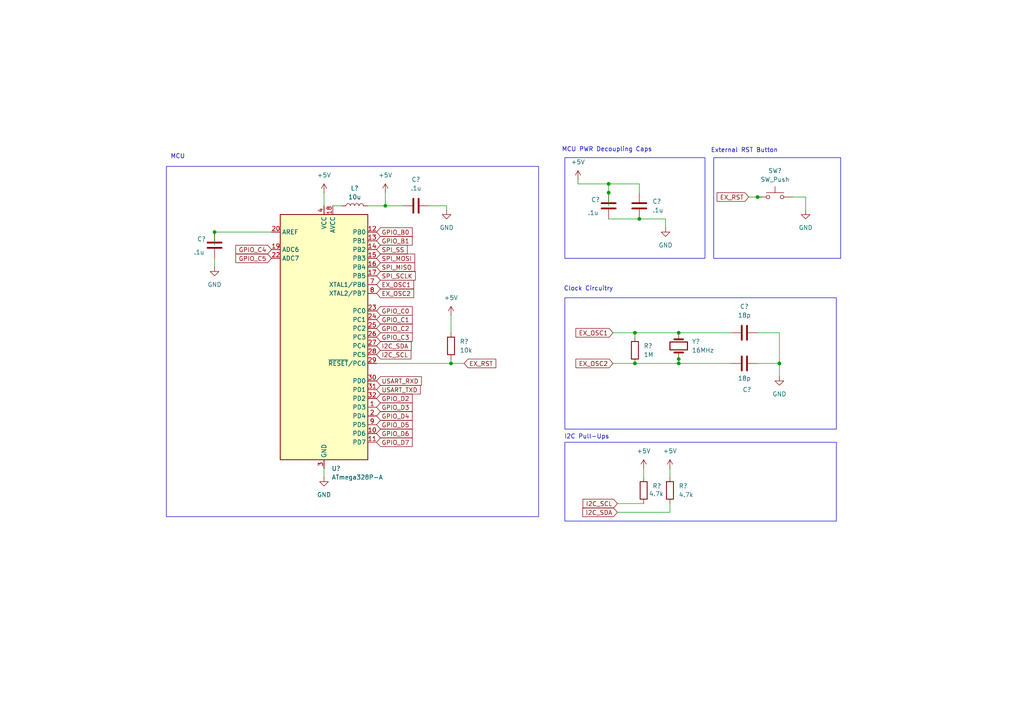
<source format=kicad_sch>
(kicad_sch
	(version 20231120)
	(generator "eeschema")
	(generator_version "8.0")
	(uuid "4213bf80-281b-45da-be55-7b3e5c8290e4")
	(paper "A4")
	(lib_symbols
		(symbol "Device:C"
			(pin_numbers hide)
			(pin_names
				(offset 0.254)
			)
			(exclude_from_sim no)
			(in_bom yes)
			(on_board yes)
			(property "Reference" "C"
				(at 0.635 2.54 0)
				(effects
					(font
						(size 1.27 1.27)
					)
					(justify left)
				)
			)
			(property "Value" "C"
				(at 0.635 -2.54 0)
				(effects
					(font
						(size 1.27 1.27)
					)
					(justify left)
				)
			)
			(property "Footprint" ""
				(at 0.9652 -3.81 0)
				(effects
					(font
						(size 1.27 1.27)
					)
					(hide yes)
				)
			)
			(property "Datasheet" "~"
				(at 0 0 0)
				(effects
					(font
						(size 1.27 1.27)
					)
					(hide yes)
				)
			)
			(property "Description" "Unpolarized capacitor"
				(at 0 0 0)
				(effects
					(font
						(size 1.27 1.27)
					)
					(hide yes)
				)
			)
			(property "ki_keywords" "cap capacitor"
				(at 0 0 0)
				(effects
					(font
						(size 1.27 1.27)
					)
					(hide yes)
				)
			)
			(property "ki_fp_filters" "C_*"
				(at 0 0 0)
				(effects
					(font
						(size 1.27 1.27)
					)
					(hide yes)
				)
			)
			(symbol "C_0_1"
				(polyline
					(pts
						(xy -2.032 -0.762) (xy 2.032 -0.762)
					)
					(stroke
						(width 0.508)
						(type default)
					)
					(fill
						(type none)
					)
				)
				(polyline
					(pts
						(xy -2.032 0.762) (xy 2.032 0.762)
					)
					(stroke
						(width 0.508)
						(type default)
					)
					(fill
						(type none)
					)
				)
			)
			(symbol "C_1_1"
				(pin passive line
					(at 0 3.81 270)
					(length 2.794)
					(name "~"
						(effects
							(font
								(size 1.27 1.27)
							)
						)
					)
					(number "1"
						(effects
							(font
								(size 1.27 1.27)
							)
						)
					)
				)
				(pin passive line
					(at 0 -3.81 90)
					(length 2.794)
					(name "~"
						(effects
							(font
								(size 1.27 1.27)
							)
						)
					)
					(number "2"
						(effects
							(font
								(size 1.27 1.27)
							)
						)
					)
				)
			)
		)
		(symbol "Device:Crystal"
			(pin_numbers hide)
			(pin_names
				(offset 1.016) hide)
			(exclude_from_sim no)
			(in_bom yes)
			(on_board yes)
			(property "Reference" "Y"
				(at 0 3.81 0)
				(effects
					(font
						(size 1.27 1.27)
					)
				)
			)
			(property "Value" "Crystal"
				(at 0 -3.81 0)
				(effects
					(font
						(size 1.27 1.27)
					)
				)
			)
			(property "Footprint" ""
				(at 0 0 0)
				(effects
					(font
						(size 1.27 1.27)
					)
					(hide yes)
				)
			)
			(property "Datasheet" "~"
				(at 0 0 0)
				(effects
					(font
						(size 1.27 1.27)
					)
					(hide yes)
				)
			)
			(property "Description" "Two pin crystal"
				(at 0 0 0)
				(effects
					(font
						(size 1.27 1.27)
					)
					(hide yes)
				)
			)
			(property "ki_keywords" "quartz ceramic resonator oscillator"
				(at 0 0 0)
				(effects
					(font
						(size 1.27 1.27)
					)
					(hide yes)
				)
			)
			(property "ki_fp_filters" "Crystal*"
				(at 0 0 0)
				(effects
					(font
						(size 1.27 1.27)
					)
					(hide yes)
				)
			)
			(symbol "Crystal_0_1"
				(rectangle
					(start -1.143 2.54)
					(end 1.143 -2.54)
					(stroke
						(width 0.3048)
						(type default)
					)
					(fill
						(type none)
					)
				)
				(polyline
					(pts
						(xy -2.54 0) (xy -1.905 0)
					)
					(stroke
						(width 0)
						(type default)
					)
					(fill
						(type none)
					)
				)
				(polyline
					(pts
						(xy -1.905 -1.27) (xy -1.905 1.27)
					)
					(stroke
						(width 0.508)
						(type default)
					)
					(fill
						(type none)
					)
				)
				(polyline
					(pts
						(xy 1.905 -1.27) (xy 1.905 1.27)
					)
					(stroke
						(width 0.508)
						(type default)
					)
					(fill
						(type none)
					)
				)
				(polyline
					(pts
						(xy 2.54 0) (xy 1.905 0)
					)
					(stroke
						(width 0)
						(type default)
					)
					(fill
						(type none)
					)
				)
			)
			(symbol "Crystal_1_1"
				(pin passive line
					(at -3.81 0 0)
					(length 1.27)
					(name "1"
						(effects
							(font
								(size 1.27 1.27)
							)
						)
					)
					(number "1"
						(effects
							(font
								(size 1.27 1.27)
							)
						)
					)
				)
				(pin passive line
					(at 3.81 0 180)
					(length 1.27)
					(name "2"
						(effects
							(font
								(size 1.27 1.27)
							)
						)
					)
					(number "2"
						(effects
							(font
								(size 1.27 1.27)
							)
						)
					)
				)
			)
		)
		(symbol "Device:L"
			(pin_numbers hide)
			(pin_names
				(offset 1.016) hide)
			(exclude_from_sim no)
			(in_bom yes)
			(on_board yes)
			(property "Reference" "L"
				(at -1.27 0 90)
				(effects
					(font
						(size 1.27 1.27)
					)
				)
			)
			(property "Value" "L"
				(at 1.905 0 90)
				(effects
					(font
						(size 1.27 1.27)
					)
				)
			)
			(property "Footprint" ""
				(at 0 0 0)
				(effects
					(font
						(size 1.27 1.27)
					)
					(hide yes)
				)
			)
			(property "Datasheet" "~"
				(at 0 0 0)
				(effects
					(font
						(size 1.27 1.27)
					)
					(hide yes)
				)
			)
			(property "Description" "Inductor"
				(at 0 0 0)
				(effects
					(font
						(size 1.27 1.27)
					)
					(hide yes)
				)
			)
			(property "ki_keywords" "inductor choke coil reactor magnetic"
				(at 0 0 0)
				(effects
					(font
						(size 1.27 1.27)
					)
					(hide yes)
				)
			)
			(property "ki_fp_filters" "Choke_* *Coil* Inductor_* L_*"
				(at 0 0 0)
				(effects
					(font
						(size 1.27 1.27)
					)
					(hide yes)
				)
			)
			(symbol "L_0_1"
				(arc
					(start 0 -2.54)
					(mid 0.6323 -1.905)
					(end 0 -1.27)
					(stroke
						(width 0)
						(type default)
					)
					(fill
						(type none)
					)
				)
				(arc
					(start 0 -1.27)
					(mid 0.6323 -0.635)
					(end 0 0)
					(stroke
						(width 0)
						(type default)
					)
					(fill
						(type none)
					)
				)
				(arc
					(start 0 0)
					(mid 0.6323 0.635)
					(end 0 1.27)
					(stroke
						(width 0)
						(type default)
					)
					(fill
						(type none)
					)
				)
				(arc
					(start 0 1.27)
					(mid 0.6323 1.905)
					(end 0 2.54)
					(stroke
						(width 0)
						(type default)
					)
					(fill
						(type none)
					)
				)
			)
			(symbol "L_1_1"
				(pin passive line
					(at 0 3.81 270)
					(length 1.27)
					(name "1"
						(effects
							(font
								(size 1.27 1.27)
							)
						)
					)
					(number "1"
						(effects
							(font
								(size 1.27 1.27)
							)
						)
					)
				)
				(pin passive line
					(at 0 -3.81 90)
					(length 1.27)
					(name "2"
						(effects
							(font
								(size 1.27 1.27)
							)
						)
					)
					(number "2"
						(effects
							(font
								(size 1.27 1.27)
							)
						)
					)
				)
			)
		)
		(symbol "Device:R"
			(pin_numbers hide)
			(pin_names
				(offset 0)
			)
			(exclude_from_sim no)
			(in_bom yes)
			(on_board yes)
			(property "Reference" "R"
				(at 2.032 0 90)
				(effects
					(font
						(size 1.27 1.27)
					)
				)
			)
			(property "Value" "R"
				(at 0 0 90)
				(effects
					(font
						(size 1.27 1.27)
					)
				)
			)
			(property "Footprint" ""
				(at -1.778 0 90)
				(effects
					(font
						(size 1.27 1.27)
					)
					(hide yes)
				)
			)
			(property "Datasheet" "~"
				(at 0 0 0)
				(effects
					(font
						(size 1.27 1.27)
					)
					(hide yes)
				)
			)
			(property "Description" "Resistor"
				(at 0 0 0)
				(effects
					(font
						(size 1.27 1.27)
					)
					(hide yes)
				)
			)
			(property "ki_keywords" "R res resistor"
				(at 0 0 0)
				(effects
					(font
						(size 1.27 1.27)
					)
					(hide yes)
				)
			)
			(property "ki_fp_filters" "R_*"
				(at 0 0 0)
				(effects
					(font
						(size 1.27 1.27)
					)
					(hide yes)
				)
			)
			(symbol "R_0_1"
				(rectangle
					(start -1.016 -2.54)
					(end 1.016 2.54)
					(stroke
						(width 0.254)
						(type default)
					)
					(fill
						(type none)
					)
				)
			)
			(symbol "R_1_1"
				(pin passive line
					(at 0 3.81 270)
					(length 1.27)
					(name "~"
						(effects
							(font
								(size 1.27 1.27)
							)
						)
					)
					(number "1"
						(effects
							(font
								(size 1.27 1.27)
							)
						)
					)
				)
				(pin passive line
					(at 0 -3.81 90)
					(length 1.27)
					(name "~"
						(effects
							(font
								(size 1.27 1.27)
							)
						)
					)
					(number "2"
						(effects
							(font
								(size 1.27 1.27)
							)
						)
					)
				)
			)
		)
		(symbol "MCU_Microchip_ATmega:ATmega328P-A"
			(exclude_from_sim no)
			(in_bom yes)
			(on_board yes)
			(property "Reference" "U"
				(at -12.7 36.83 0)
				(effects
					(font
						(size 1.27 1.27)
					)
					(justify left bottom)
				)
			)
			(property "Value" "ATmega328P-A"
				(at 2.54 -36.83 0)
				(effects
					(font
						(size 1.27 1.27)
					)
					(justify left top)
				)
			)
			(property "Footprint" "Package_QFP:TQFP-32_7x7mm_P0.8mm"
				(at 0 0 0)
				(effects
					(font
						(size 1.27 1.27)
						(italic yes)
					)
					(hide yes)
				)
			)
			(property "Datasheet" "http://ww1.microchip.com/downloads/en/DeviceDoc/ATmega328_P%20AVR%20MCU%20with%20picoPower%20Technology%20Data%20Sheet%2040001984A.pdf"
				(at 0 0 0)
				(effects
					(font
						(size 1.27 1.27)
					)
					(hide yes)
				)
			)
			(property "Description" "20MHz, 32kB Flash, 2kB SRAM, 1kB EEPROM, TQFP-32"
				(at 0 0 0)
				(effects
					(font
						(size 1.27 1.27)
					)
					(hide yes)
				)
			)
			(property "ki_keywords" "AVR 8bit Microcontroller MegaAVR PicoPower"
				(at 0 0 0)
				(effects
					(font
						(size 1.27 1.27)
					)
					(hide yes)
				)
			)
			(property "ki_fp_filters" "TQFP*7x7mm*P0.8mm*"
				(at 0 0 0)
				(effects
					(font
						(size 1.27 1.27)
					)
					(hide yes)
				)
			)
			(symbol "ATmega328P-A_0_1"
				(rectangle
					(start -12.7 -35.56)
					(end 12.7 35.56)
					(stroke
						(width 0.254)
						(type default)
					)
					(fill
						(type background)
					)
				)
			)
			(symbol "ATmega328P-A_1_1"
				(pin bidirectional line
					(at 15.24 -20.32 180)
					(length 2.54)
					(name "PD3"
						(effects
							(font
								(size 1.27 1.27)
							)
						)
					)
					(number "1"
						(effects
							(font
								(size 1.27 1.27)
							)
						)
					)
				)
				(pin bidirectional line
					(at 15.24 -27.94 180)
					(length 2.54)
					(name "PD6"
						(effects
							(font
								(size 1.27 1.27)
							)
						)
					)
					(number "10"
						(effects
							(font
								(size 1.27 1.27)
							)
						)
					)
				)
				(pin bidirectional line
					(at 15.24 -30.48 180)
					(length 2.54)
					(name "PD7"
						(effects
							(font
								(size 1.27 1.27)
							)
						)
					)
					(number "11"
						(effects
							(font
								(size 1.27 1.27)
							)
						)
					)
				)
				(pin bidirectional line
					(at 15.24 30.48 180)
					(length 2.54)
					(name "PB0"
						(effects
							(font
								(size 1.27 1.27)
							)
						)
					)
					(number "12"
						(effects
							(font
								(size 1.27 1.27)
							)
						)
					)
				)
				(pin bidirectional line
					(at 15.24 27.94 180)
					(length 2.54)
					(name "PB1"
						(effects
							(font
								(size 1.27 1.27)
							)
						)
					)
					(number "13"
						(effects
							(font
								(size 1.27 1.27)
							)
						)
					)
				)
				(pin bidirectional line
					(at 15.24 25.4 180)
					(length 2.54)
					(name "PB2"
						(effects
							(font
								(size 1.27 1.27)
							)
						)
					)
					(number "14"
						(effects
							(font
								(size 1.27 1.27)
							)
						)
					)
				)
				(pin bidirectional line
					(at 15.24 22.86 180)
					(length 2.54)
					(name "PB3"
						(effects
							(font
								(size 1.27 1.27)
							)
						)
					)
					(number "15"
						(effects
							(font
								(size 1.27 1.27)
							)
						)
					)
				)
				(pin bidirectional line
					(at 15.24 20.32 180)
					(length 2.54)
					(name "PB4"
						(effects
							(font
								(size 1.27 1.27)
							)
						)
					)
					(number "16"
						(effects
							(font
								(size 1.27 1.27)
							)
						)
					)
				)
				(pin bidirectional line
					(at 15.24 17.78 180)
					(length 2.54)
					(name "PB5"
						(effects
							(font
								(size 1.27 1.27)
							)
						)
					)
					(number "17"
						(effects
							(font
								(size 1.27 1.27)
							)
						)
					)
				)
				(pin power_in line
					(at 2.54 38.1 270)
					(length 2.54)
					(name "AVCC"
						(effects
							(font
								(size 1.27 1.27)
							)
						)
					)
					(number "18"
						(effects
							(font
								(size 1.27 1.27)
							)
						)
					)
				)
				(pin input line
					(at -15.24 25.4 0)
					(length 2.54)
					(name "ADC6"
						(effects
							(font
								(size 1.27 1.27)
							)
						)
					)
					(number "19"
						(effects
							(font
								(size 1.27 1.27)
							)
						)
					)
				)
				(pin bidirectional line
					(at 15.24 -22.86 180)
					(length 2.54)
					(name "PD4"
						(effects
							(font
								(size 1.27 1.27)
							)
						)
					)
					(number "2"
						(effects
							(font
								(size 1.27 1.27)
							)
						)
					)
				)
				(pin passive line
					(at -15.24 30.48 0)
					(length 2.54)
					(name "AREF"
						(effects
							(font
								(size 1.27 1.27)
							)
						)
					)
					(number "20"
						(effects
							(font
								(size 1.27 1.27)
							)
						)
					)
				)
				(pin passive line
					(at 0 -38.1 90)
					(length 2.54) hide
					(name "GND"
						(effects
							(font
								(size 1.27 1.27)
							)
						)
					)
					(number "21"
						(effects
							(font
								(size 1.27 1.27)
							)
						)
					)
				)
				(pin input line
					(at -15.24 22.86 0)
					(length 2.54)
					(name "ADC7"
						(effects
							(font
								(size 1.27 1.27)
							)
						)
					)
					(number "22"
						(effects
							(font
								(size 1.27 1.27)
							)
						)
					)
				)
				(pin bidirectional line
					(at 15.24 7.62 180)
					(length 2.54)
					(name "PC0"
						(effects
							(font
								(size 1.27 1.27)
							)
						)
					)
					(number "23"
						(effects
							(font
								(size 1.27 1.27)
							)
						)
					)
				)
				(pin bidirectional line
					(at 15.24 5.08 180)
					(length 2.54)
					(name "PC1"
						(effects
							(font
								(size 1.27 1.27)
							)
						)
					)
					(number "24"
						(effects
							(font
								(size 1.27 1.27)
							)
						)
					)
				)
				(pin bidirectional line
					(at 15.24 2.54 180)
					(length 2.54)
					(name "PC2"
						(effects
							(font
								(size 1.27 1.27)
							)
						)
					)
					(number "25"
						(effects
							(font
								(size 1.27 1.27)
							)
						)
					)
				)
				(pin bidirectional line
					(at 15.24 0 180)
					(length 2.54)
					(name "PC3"
						(effects
							(font
								(size 1.27 1.27)
							)
						)
					)
					(number "26"
						(effects
							(font
								(size 1.27 1.27)
							)
						)
					)
				)
				(pin bidirectional line
					(at 15.24 -2.54 180)
					(length 2.54)
					(name "PC4"
						(effects
							(font
								(size 1.27 1.27)
							)
						)
					)
					(number "27"
						(effects
							(font
								(size 1.27 1.27)
							)
						)
					)
				)
				(pin bidirectional line
					(at 15.24 -5.08 180)
					(length 2.54)
					(name "PC5"
						(effects
							(font
								(size 1.27 1.27)
							)
						)
					)
					(number "28"
						(effects
							(font
								(size 1.27 1.27)
							)
						)
					)
				)
				(pin bidirectional line
					(at 15.24 -7.62 180)
					(length 2.54)
					(name "~{RESET}/PC6"
						(effects
							(font
								(size 1.27 1.27)
							)
						)
					)
					(number "29"
						(effects
							(font
								(size 1.27 1.27)
							)
						)
					)
				)
				(pin power_in line
					(at 0 -38.1 90)
					(length 2.54)
					(name "GND"
						(effects
							(font
								(size 1.27 1.27)
							)
						)
					)
					(number "3"
						(effects
							(font
								(size 1.27 1.27)
							)
						)
					)
				)
				(pin bidirectional line
					(at 15.24 -12.7 180)
					(length 2.54)
					(name "PD0"
						(effects
							(font
								(size 1.27 1.27)
							)
						)
					)
					(number "30"
						(effects
							(font
								(size 1.27 1.27)
							)
						)
					)
				)
				(pin bidirectional line
					(at 15.24 -15.24 180)
					(length 2.54)
					(name "PD1"
						(effects
							(font
								(size 1.27 1.27)
							)
						)
					)
					(number "31"
						(effects
							(font
								(size 1.27 1.27)
							)
						)
					)
				)
				(pin bidirectional line
					(at 15.24 -17.78 180)
					(length 2.54)
					(name "PD2"
						(effects
							(font
								(size 1.27 1.27)
							)
						)
					)
					(number "32"
						(effects
							(font
								(size 1.27 1.27)
							)
						)
					)
				)
				(pin power_in line
					(at 0 38.1 270)
					(length 2.54)
					(name "VCC"
						(effects
							(font
								(size 1.27 1.27)
							)
						)
					)
					(number "4"
						(effects
							(font
								(size 1.27 1.27)
							)
						)
					)
				)
				(pin passive line
					(at 0 -38.1 90)
					(length 2.54) hide
					(name "GND"
						(effects
							(font
								(size 1.27 1.27)
							)
						)
					)
					(number "5"
						(effects
							(font
								(size 1.27 1.27)
							)
						)
					)
				)
				(pin passive line
					(at 0 38.1 270)
					(length 2.54) hide
					(name "VCC"
						(effects
							(font
								(size 1.27 1.27)
							)
						)
					)
					(number "6"
						(effects
							(font
								(size 1.27 1.27)
							)
						)
					)
				)
				(pin bidirectional line
					(at 15.24 15.24 180)
					(length 2.54)
					(name "XTAL1/PB6"
						(effects
							(font
								(size 1.27 1.27)
							)
						)
					)
					(number "7"
						(effects
							(font
								(size 1.27 1.27)
							)
						)
					)
				)
				(pin bidirectional line
					(at 15.24 12.7 180)
					(length 2.54)
					(name "XTAL2/PB7"
						(effects
							(font
								(size 1.27 1.27)
							)
						)
					)
					(number "8"
						(effects
							(font
								(size 1.27 1.27)
							)
						)
					)
				)
				(pin bidirectional line
					(at 15.24 -25.4 180)
					(length 2.54)
					(name "PD5"
						(effects
							(font
								(size 1.27 1.27)
							)
						)
					)
					(number "9"
						(effects
							(font
								(size 1.27 1.27)
							)
						)
					)
				)
			)
		)
		(symbol "Switch:SW_Push"
			(pin_numbers hide)
			(pin_names
				(offset 1.016) hide)
			(exclude_from_sim no)
			(in_bom yes)
			(on_board yes)
			(property "Reference" "SW"
				(at 1.27 2.54 0)
				(effects
					(font
						(size 1.27 1.27)
					)
					(justify left)
				)
			)
			(property "Value" "SW_Push"
				(at 0 -1.524 0)
				(effects
					(font
						(size 1.27 1.27)
					)
				)
			)
			(property "Footprint" ""
				(at 0 5.08 0)
				(effects
					(font
						(size 1.27 1.27)
					)
					(hide yes)
				)
			)
			(property "Datasheet" "~"
				(at 0 5.08 0)
				(effects
					(font
						(size 1.27 1.27)
					)
					(hide yes)
				)
			)
			(property "Description" "Push button switch, generic, two pins"
				(at 0 0 0)
				(effects
					(font
						(size 1.27 1.27)
					)
					(hide yes)
				)
			)
			(property "ki_keywords" "switch normally-open pushbutton push-button"
				(at 0 0 0)
				(effects
					(font
						(size 1.27 1.27)
					)
					(hide yes)
				)
			)
			(symbol "SW_Push_0_1"
				(circle
					(center -2.032 0)
					(radius 0.508)
					(stroke
						(width 0)
						(type default)
					)
					(fill
						(type none)
					)
				)
				(polyline
					(pts
						(xy 0 1.27) (xy 0 3.048)
					)
					(stroke
						(width 0)
						(type default)
					)
					(fill
						(type none)
					)
				)
				(polyline
					(pts
						(xy 2.54 1.27) (xy -2.54 1.27)
					)
					(stroke
						(width 0)
						(type default)
					)
					(fill
						(type none)
					)
				)
				(circle
					(center 2.032 0)
					(radius 0.508)
					(stroke
						(width 0)
						(type default)
					)
					(fill
						(type none)
					)
				)
				(pin passive line
					(at -5.08 0 0)
					(length 2.54)
					(name "1"
						(effects
							(font
								(size 1.27 1.27)
							)
						)
					)
					(number "1"
						(effects
							(font
								(size 1.27 1.27)
							)
						)
					)
				)
				(pin passive line
					(at 5.08 0 180)
					(length 2.54)
					(name "2"
						(effects
							(font
								(size 1.27 1.27)
							)
						)
					)
					(number "2"
						(effects
							(font
								(size 1.27 1.27)
							)
						)
					)
				)
			)
		)
		(symbol "power:+5V"
			(power)
			(pin_numbers hide)
			(pin_names
				(offset 0) hide)
			(exclude_from_sim no)
			(in_bom yes)
			(on_board yes)
			(property "Reference" "#PWR"
				(at 0 -3.81 0)
				(effects
					(font
						(size 1.27 1.27)
					)
					(hide yes)
				)
			)
			(property "Value" "+5V"
				(at 0 3.556 0)
				(effects
					(font
						(size 1.27 1.27)
					)
				)
			)
			(property "Footprint" ""
				(at 0 0 0)
				(effects
					(font
						(size 1.27 1.27)
					)
					(hide yes)
				)
			)
			(property "Datasheet" ""
				(at 0 0 0)
				(effects
					(font
						(size 1.27 1.27)
					)
					(hide yes)
				)
			)
			(property "Description" "Power symbol creates a global label with name \"+5V\""
				(at 0 0 0)
				(effects
					(font
						(size 1.27 1.27)
					)
					(hide yes)
				)
			)
			(property "ki_keywords" "global power"
				(at 0 0 0)
				(effects
					(font
						(size 1.27 1.27)
					)
					(hide yes)
				)
			)
			(symbol "+5V_0_1"
				(polyline
					(pts
						(xy -0.762 1.27) (xy 0 2.54)
					)
					(stroke
						(width 0)
						(type default)
					)
					(fill
						(type none)
					)
				)
				(polyline
					(pts
						(xy 0 0) (xy 0 2.54)
					)
					(stroke
						(width 0)
						(type default)
					)
					(fill
						(type none)
					)
				)
				(polyline
					(pts
						(xy 0 2.54) (xy 0.762 1.27)
					)
					(stroke
						(width 0)
						(type default)
					)
					(fill
						(type none)
					)
				)
			)
			(symbol "+5V_1_1"
				(pin power_in line
					(at 0 0 90)
					(length 0)
					(name "~"
						(effects
							(font
								(size 1.27 1.27)
							)
						)
					)
					(number "1"
						(effects
							(font
								(size 1.27 1.27)
							)
						)
					)
				)
			)
		)
		(symbol "power:GND"
			(power)
			(pin_numbers hide)
			(pin_names
				(offset 0) hide)
			(exclude_from_sim no)
			(in_bom yes)
			(on_board yes)
			(property "Reference" "#PWR"
				(at 0 -6.35 0)
				(effects
					(font
						(size 1.27 1.27)
					)
					(hide yes)
				)
			)
			(property "Value" "GND"
				(at 0 -3.81 0)
				(effects
					(font
						(size 1.27 1.27)
					)
				)
			)
			(property "Footprint" ""
				(at 0 0 0)
				(effects
					(font
						(size 1.27 1.27)
					)
					(hide yes)
				)
			)
			(property "Datasheet" ""
				(at 0 0 0)
				(effects
					(font
						(size 1.27 1.27)
					)
					(hide yes)
				)
			)
			(property "Description" "Power symbol creates a global label with name \"GND\" , ground"
				(at 0 0 0)
				(effects
					(font
						(size 1.27 1.27)
					)
					(hide yes)
				)
			)
			(property "ki_keywords" "global power"
				(at 0 0 0)
				(effects
					(font
						(size 1.27 1.27)
					)
					(hide yes)
				)
			)
			(symbol "GND_0_1"
				(polyline
					(pts
						(xy 0 0) (xy 0 -1.27) (xy 1.27 -1.27) (xy 0 -2.54) (xy -1.27 -1.27) (xy 0 -1.27)
					)
					(stroke
						(width 0)
						(type default)
					)
					(fill
						(type none)
					)
				)
			)
			(symbol "GND_1_1"
				(pin power_in line
					(at 0 0 270)
					(length 0)
					(name "~"
						(effects
							(font
								(size 1.27 1.27)
							)
						)
					)
					(number "1"
						(effects
							(font
								(size 1.27 1.27)
							)
						)
					)
				)
			)
		)
	)
	(junction
		(at 196.85 105.41)
		(diameter 0)
		(color 0 0 0 0)
		(uuid "210fa9a1-c9ff-4f6b-8be8-a9b7ec1c3201")
	)
	(junction
		(at 226.06 105.41)
		(diameter 0)
		(color 0 0 0 0)
		(uuid "481f4437-2799-4b03-813d-646eac55bbba")
	)
	(junction
		(at 185.42 63.5)
		(diameter 0)
		(color 0 0 0 0)
		(uuid "5a53adc9-5583-4233-a0a4-4a803d4de376")
	)
	(junction
		(at 184.15 105.41)
		(diameter 0)
		(color 0 0 0 0)
		(uuid "63a85c9f-a39b-4e96-961b-ed6fba8bd0c0")
	)
	(junction
		(at 184.15 96.52)
		(diameter 0)
		(color 0 0 0 0)
		(uuid "75238017-1f6b-4035-81ab-2b2b2432fed0")
	)
	(junction
		(at 130.81 105.41)
		(diameter 0)
		(color 0 0 0 0)
		(uuid "c05b2443-d406-4732-801f-2556aeb18928")
	)
	(junction
		(at 219.71 57.15)
		(diameter 0)
		(color 0 0 0 0)
		(uuid "c0d6e57c-7df4-48b7-ab02-4ca85d2ecd2b")
	)
	(junction
		(at 196.85 104.14)
		(diameter 0)
		(color 0 0 0 0)
		(uuid "c6c1ad9e-e446-4f31-92ce-d5f965eba382")
	)
	(junction
		(at 196.85 96.52)
		(diameter 0)
		(color 0 0 0 0)
		(uuid "d0465072-9a1e-4760-a22a-29c49fd1d7fc")
	)
	(junction
		(at 176.53 53.34)
		(diameter 0)
		(color 0 0 0 0)
		(uuid "e2de843a-387a-4e53-8047-f2dd0c0aee5e")
	)
	(junction
		(at 111.76 59.69)
		(diameter 0)
		(color 0 0 0 0)
		(uuid "e385f715-cece-4a2b-90bc-000906d77cb5")
	)
	(junction
		(at 176.53 55.88)
		(diameter 0)
		(color 0 0 0 0)
		(uuid "e6a499eb-8748-47df-814b-5bc5e03e0299")
	)
	(junction
		(at 62.23 67.31)
		(diameter 0)
		(color 0 0 0 0)
		(uuid "f914f572-c924-47f5-9994-cf7e2ad96798")
	)
	(wire
		(pts
			(xy 185.42 53.34) (xy 185.42 55.88)
		)
		(stroke
			(width 0)
			(type default)
		)
		(uuid "00f7537d-882c-4c4f-970c-91c6303e013e")
	)
	(wire
		(pts
			(xy 185.42 63.5) (xy 193.04 63.5)
		)
		(stroke
			(width 0)
			(type default)
		)
		(uuid "02312c73-e2e5-41f6-b269-e8b9708c6943")
	)
	(wire
		(pts
			(xy 179.07 146.05) (xy 186.69 146.05)
		)
		(stroke
			(width 0)
			(type default)
		)
		(uuid "054a89e3-a7cd-4579-b546-f9cd45e36346")
	)
	(wire
		(pts
			(xy 184.15 96.52) (xy 196.85 96.52)
		)
		(stroke
			(width 0)
			(type default)
		)
		(uuid "09474bc6-d392-4bc6-ba52-412007879cba")
	)
	(wire
		(pts
			(xy 184.15 96.52) (xy 184.15 97.79)
		)
		(stroke
			(width 0)
			(type default)
		)
		(uuid "09e42990-4717-45e3-9bc9-daf06a1ca4b1")
	)
	(wire
		(pts
			(xy 194.31 135.89) (xy 194.31 138.43)
		)
		(stroke
			(width 0)
			(type default)
		)
		(uuid "242fd11f-2e4b-4fea-a6e3-2203cbd840e7")
	)
	(wire
		(pts
			(xy 194.31 146.05) (xy 194.31 148.59)
		)
		(stroke
			(width 0)
			(type default)
		)
		(uuid "244cc030-68d5-4e3f-8ee3-04d5d77a5910")
	)
	(wire
		(pts
			(xy 176.53 53.34) (xy 185.42 53.34)
		)
		(stroke
			(width 0)
			(type default)
		)
		(uuid "278d4a8c-2715-40fc-8d3c-65ad15e8ec2c")
	)
	(wire
		(pts
			(xy 193.04 63.5) (xy 193.04 66.04)
		)
		(stroke
			(width 0)
			(type default)
		)
		(uuid "2d205566-fc22-4749-b666-c66fa044b408")
	)
	(wire
		(pts
			(xy 217.17 57.15) (xy 219.71 57.15)
		)
		(stroke
			(width 0)
			(type default)
		)
		(uuid "32a0d208-a559-4f21-872f-88c5816d2b11")
	)
	(wire
		(pts
			(xy 106.68 59.69) (xy 111.76 59.69)
		)
		(stroke
			(width 0)
			(type default)
		)
		(uuid "3b4842c5-5247-42c0-aa8d-00b129c0daa2")
	)
	(wire
		(pts
			(xy 62.23 74.93) (xy 62.23 77.47)
		)
		(stroke
			(width 0)
			(type default)
		)
		(uuid "47737012-ecf9-4ca2-8515-45e81bf1f104")
	)
	(wire
		(pts
			(xy 219.71 96.52) (xy 226.06 96.52)
		)
		(stroke
			(width 0)
			(type default)
		)
		(uuid "47cebcd0-7d96-4ddb-80a0-e2004f9e5ffd")
	)
	(wire
		(pts
			(xy 129.54 59.69) (xy 129.54 60.96)
		)
		(stroke
			(width 0)
			(type default)
		)
		(uuid "4829007f-8642-45a2-bbff-7e7a2a832f3b")
	)
	(wire
		(pts
			(xy 186.69 135.89) (xy 186.69 138.43)
		)
		(stroke
			(width 0)
			(type default)
		)
		(uuid "4906a546-708b-4c88-9796-b38e5390f1d1")
	)
	(wire
		(pts
			(xy 124.46 59.69) (xy 129.54 59.69)
		)
		(stroke
			(width 0)
			(type default)
		)
		(uuid "4b3524eb-bd43-41b7-bee9-e6227f3543ea")
	)
	(wire
		(pts
			(xy 226.06 96.52) (xy 226.06 105.41)
		)
		(stroke
			(width 0)
			(type default)
		)
		(uuid "50abfd90-0383-487c-97a3-b685c892dd12")
	)
	(wire
		(pts
			(xy 194.31 148.59) (xy 179.07 148.59)
		)
		(stroke
			(width 0)
			(type default)
		)
		(uuid "54bf11ef-e29f-4c2e-81d4-bc47836c4386")
	)
	(wire
		(pts
			(xy 176.53 55.88) (xy 176.53 59.69)
		)
		(stroke
			(width 0)
			(type default)
		)
		(uuid "57e18e1d-e085-482b-b3b0-44dc4630f69d")
	)
	(wire
		(pts
			(xy 111.76 55.88) (xy 111.76 59.69)
		)
		(stroke
			(width 0)
			(type default)
		)
		(uuid "5a3aa4ff-7265-4865-9382-d9562d4c5ff2")
	)
	(wire
		(pts
			(xy 233.68 57.15) (xy 233.68 60.96)
		)
		(stroke
			(width 0)
			(type default)
		)
		(uuid "5ad40015-0d03-474f-8e43-cafcd14b539e")
	)
	(wire
		(pts
			(xy 196.85 105.41) (xy 212.09 105.41)
		)
		(stroke
			(width 0)
			(type default)
		)
		(uuid "6641726a-b939-460b-8af6-bd4d4f6a8c54")
	)
	(wire
		(pts
			(xy 111.76 59.69) (xy 116.84 59.69)
		)
		(stroke
			(width 0)
			(type default)
		)
		(uuid "69f63983-4eca-49a1-9cda-ae509c3ae32f")
	)
	(wire
		(pts
			(xy 229.87 57.15) (xy 233.68 57.15)
		)
		(stroke
			(width 0)
			(type default)
		)
		(uuid "79c121aa-e919-4536-a907-026dcf219aac")
	)
	(wire
		(pts
			(xy 62.23 67.31) (xy 78.74 67.31)
		)
		(stroke
			(width 0)
			(type default)
		)
		(uuid "7c4762b6-75cb-43c2-87f5-64743d832534")
	)
	(wire
		(pts
			(xy 226.06 105.41) (xy 226.06 109.22)
		)
		(stroke
			(width 0)
			(type default)
		)
		(uuid "80a40e10-4585-4474-a800-5b42806e7b32")
	)
	(wire
		(pts
			(xy 130.81 91.44) (xy 130.81 96.52)
		)
		(stroke
			(width 0)
			(type default)
		)
		(uuid "8530e662-be6f-4aea-9970-f763590ae0db")
	)
	(wire
		(pts
			(xy 196.85 96.52) (xy 212.09 96.52)
		)
		(stroke
			(width 0)
			(type default)
		)
		(uuid "8d6ebb25-a877-4720-b9f0-fbee0d3840f6")
	)
	(wire
		(pts
			(xy 167.64 53.34) (xy 176.53 53.34)
		)
		(stroke
			(width 0)
			(type default)
		)
		(uuid "964bae7c-ab25-4d6b-9cc7-995b0eef63ef")
	)
	(wire
		(pts
			(xy 130.81 105.41) (xy 130.81 104.14)
		)
		(stroke
			(width 0)
			(type default)
		)
		(uuid "a0cadcca-89f0-4674-944c-2470402ee691")
	)
	(wire
		(pts
			(xy 62.23 67.31) (xy 62.23 71.12)
		)
		(stroke
			(width 0)
			(type default)
		)
		(uuid "a11f5701-5184-4de7-959c-03a6eeeb850e")
	)
	(wire
		(pts
			(xy 167.64 53.34) (xy 167.64 52.07)
		)
		(stroke
			(width 0)
			(type default)
		)
		(uuid "afa5e4dd-11b7-45f1-a219-b4a0ecc74424")
	)
	(wire
		(pts
			(xy 196.85 104.14) (xy 196.85 105.41)
		)
		(stroke
			(width 0)
			(type default)
		)
		(uuid "b121e38a-f939-49ba-ae11-4eae81b3b7db")
	)
	(wire
		(pts
			(xy 134.62 105.41) (xy 130.81 105.41)
		)
		(stroke
			(width 0)
			(type default)
		)
		(uuid "b2696cdc-604c-4c02-8709-3f29bbbc7f7e")
	)
	(wire
		(pts
			(xy 176.53 53.34) (xy 176.53 55.88)
		)
		(stroke
			(width 0)
			(type default)
		)
		(uuid "b3f4cedc-13fe-47b2-b5c9-a26ab8b9e266")
	)
	(wire
		(pts
			(xy 109.22 105.41) (xy 130.81 105.41)
		)
		(stroke
			(width 0)
			(type default)
		)
		(uuid "ba25fc51-9093-4cfe-828f-7594aac735ad")
	)
	(wire
		(pts
			(xy 177.8 96.52) (xy 184.15 96.52)
		)
		(stroke
			(width 0)
			(type default)
		)
		(uuid "c2531a02-011e-4c49-aaa7-21b929575883")
	)
	(wire
		(pts
			(xy 93.98 135.89) (xy 93.98 138.43)
		)
		(stroke
			(width 0)
			(type default)
		)
		(uuid "cc07f7c6-7455-4cd0-8fdd-dfb5a22319d8")
	)
	(wire
		(pts
			(xy 196.85 102.87) (xy 196.85 104.14)
		)
		(stroke
			(width 0)
			(type default)
		)
		(uuid "d193f925-e938-40cc-8bf8-1214d5dacc14")
	)
	(wire
		(pts
			(xy 177.8 105.41) (xy 184.15 105.41)
		)
		(stroke
			(width 0)
			(type default)
		)
		(uuid "d3414376-9915-471b-9fb0-41e08a964533")
	)
	(wire
		(pts
			(xy 176.53 63.5) (xy 185.42 63.5)
		)
		(stroke
			(width 0)
			(type default)
		)
		(uuid "ddbff6c1-7a22-4565-800a-616c77e95f05")
	)
	(wire
		(pts
			(xy 184.15 105.41) (xy 196.85 105.41)
		)
		(stroke
			(width 0)
			(type default)
		)
		(uuid "e6d18f8e-af64-44a4-891f-af368102bc1f")
	)
	(wire
		(pts
			(xy 219.71 57.15) (xy 220.98 57.15)
		)
		(stroke
			(width 0)
			(type default)
		)
		(uuid "e70dce69-90d5-4604-8061-2b518447ee1e")
	)
	(wire
		(pts
			(xy 93.98 55.88) (xy 93.98 59.69)
		)
		(stroke
			(width 0)
			(type default)
		)
		(uuid "ed4faef9-11ea-459a-a5c6-d0259ed2312d")
	)
	(wire
		(pts
			(xy 96.52 59.69) (xy 99.06 59.69)
		)
		(stroke
			(width 0)
			(type default)
		)
		(uuid "ee4158da-27fa-4833-a467-fb2947a4df25")
	)
	(wire
		(pts
			(xy 226.06 105.41) (xy 219.71 105.41)
		)
		(stroke
			(width 0)
			(type default)
		)
		(uuid "f9cd1614-b2d9-4d90-9a33-dae0ceee0c81")
	)
	(rectangle
		(start 48.26 48.26)
		(end 156.21 149.86)
		(stroke
			(width 0)
			(type default)
		)
		(fill
			(type none)
		)
		(uuid 0023cc1e-3c6d-4011-8e76-eb77edec58fe)
	)
	(rectangle
		(start 163.83 45.72)
		(end 204.47 74.93)
		(stroke
			(width 0)
			(type default)
		)
		(fill
			(type none)
		)
		(uuid 12a8dffd-2dbb-4da4-898f-8f9f22d00ae0)
	)
	(rectangle
		(start 163.83 86.36)
		(end 242.57 124.46)
		(stroke
			(width 0)
			(type default)
		)
		(fill
			(type none)
		)
		(uuid ac1150ab-2e6c-482f-981e-bad8a5753838)
	)
	(rectangle
		(start 207.01 45.72)
		(end 243.84 74.93)
		(stroke
			(width 0)
			(type default)
		)
		(fill
			(type none)
		)
		(uuid b1fd18ed-16ac-4075-bc0b-fa922c48aed2)
	)
	(rectangle
		(start 163.83 128.27)
		(end 242.57 151.13)
		(stroke
			(width 0)
			(type default)
		)
		(fill
			(type none)
		)
		(uuid bf36abd9-235e-4f43-b792-f3d0614ab010)
	)
	(text "I2C Pull-Ups\n"
		(exclude_from_sim no)
		(at 170.18 126.746 0)
		(effects
			(font
				(size 1.27 1.27)
			)
		)
		(uuid "29f3f3a8-3fb3-49e8-b35c-2493fa017512")
	)
	(text "MCU\n"
		(exclude_from_sim no)
		(at 51.562 45.466 0)
		(effects
			(font
				(size 1.27 1.27)
			)
		)
		(uuid "45e0898f-df05-45f1-b178-e1e69f01288d")
	)
	(text "MCU PWR Decoupling Caps\n"
		(exclude_from_sim no)
		(at 176.022 43.434 0)
		(effects
			(font
				(size 1.27 1.27)
			)
		)
		(uuid "e46412a6-6220-4196-aeef-9e1a123af452")
	)
	(text "Clock Circuitry\n"
		(exclude_from_sim no)
		(at 170.688 83.82 0)
		(effects
			(font
				(size 1.27 1.27)
			)
		)
		(uuid "f3bc6597-a710-4919-8e69-35366439d403")
	)
	(text "External RST Button\n"
		(exclude_from_sim no)
		(at 215.9 43.688 0)
		(effects
			(font
				(size 1.27 1.27)
			)
		)
		(uuid "f50bc9f7-39de-4081-a34a-658e1abb1c28")
	)
	(global_label "EX_OSC2"
		(shape input)
		(at 109.22 85.09 0)
		(fields_autoplaced yes)
		(effects
			(font
				(size 1.27 1.27)
			)
			(justify left)
		)
		(uuid "053aa881-462c-444e-879c-a301731ac6af")
		(property "Intersheetrefs" "${INTERSHEET_REFS}"
			(at 120.5508 85.09 0)
			(effects
				(font
					(size 1.27 1.27)
				)
				(justify left)
				(hide yes)
			)
		)
	)
	(global_label "I2C_SDA"
		(shape input)
		(at 109.22 100.33 0)
		(fields_autoplaced yes)
		(effects
			(font
				(size 1.27 1.27)
			)
			(justify left)
		)
		(uuid "076de481-b034-4b30-b432-aaec202a62b0")
		(property "Intersheetrefs" "${INTERSHEET_REFS}"
			(at 119.8252 100.33 0)
			(effects
				(font
					(size 1.27 1.27)
				)
				(justify left)
				(hide yes)
			)
		)
	)
	(global_label "GPIO_D3"
		(shape input)
		(at 109.22 118.11 0)
		(fields_autoplaced yes)
		(effects
			(font
				(size 1.27 1.27)
			)
			(justify left)
		)
		(uuid "1683dac1-0ee2-49bb-9c56-34c2f431c5c4")
		(property "Intersheetrefs" "${INTERSHEET_REFS}"
			(at 120.1276 118.11 0)
			(effects
				(font
					(size 1.27 1.27)
				)
				(justify left)
				(hide yes)
			)
		)
	)
	(global_label "GPIO_D7"
		(shape input)
		(at 109.22 128.27 0)
		(fields_autoplaced yes)
		(effects
			(font
				(size 1.27 1.27)
			)
			(justify left)
		)
		(uuid "1998f7e5-65f3-4ab8-be31-ab6759a03997")
		(property "Intersheetrefs" "${INTERSHEET_REFS}"
			(at 120.1276 128.27 0)
			(effects
				(font
					(size 1.27 1.27)
				)
				(justify left)
				(hide yes)
			)
		)
	)
	(global_label "GPIO_C2"
		(shape input)
		(at 109.22 95.25 0)
		(fields_autoplaced yes)
		(effects
			(font
				(size 1.27 1.27)
			)
			(justify left)
		)
		(uuid "2503cb18-9917-445f-bcaa-b988f406e524")
		(property "Intersheetrefs" "${INTERSHEET_REFS}"
			(at 120.1276 95.25 0)
			(effects
				(font
					(size 1.27 1.27)
				)
				(justify left)
				(hide yes)
			)
		)
	)
	(global_label "GPIO_C0"
		(shape input)
		(at 109.22 90.17 0)
		(fields_autoplaced yes)
		(effects
			(font
				(size 1.27 1.27)
			)
			(justify left)
		)
		(uuid "31d48851-82fe-4342-9ed4-664c5fd149f7")
		(property "Intersheetrefs" "${INTERSHEET_REFS}"
			(at 120.1276 90.17 0)
			(effects
				(font
					(size 1.27 1.27)
				)
				(justify left)
				(hide yes)
			)
		)
	)
	(global_label "GPIO_B0"
		(shape input)
		(at 109.22 67.31 0)
		(fields_autoplaced yes)
		(effects
			(font
				(size 1.27 1.27)
			)
			(justify left)
		)
		(uuid "3cb87b75-8b1a-490c-aa70-d24e8380d6d3")
		(property "Intersheetrefs" "${INTERSHEET_REFS}"
			(at 120.1276 67.31 0)
			(effects
				(font
					(size 1.27 1.27)
				)
				(justify left)
				(hide yes)
			)
		)
	)
	(global_label "GPIO_C4"
		(shape input)
		(at 78.74 72.39 180)
		(fields_autoplaced yes)
		(effects
			(font
				(size 1.27 1.27)
			)
			(justify right)
		)
		(uuid "3cda2a49-c564-4c88-85df-855ac5935fd6")
		(property "Intersheetrefs" "${INTERSHEET_REFS}"
			(at 67.8324 72.39 0)
			(effects
				(font
					(size 1.27 1.27)
				)
				(justify right)
				(hide yes)
			)
		)
	)
	(global_label "GPIO_D4"
		(shape input)
		(at 109.22 120.65 0)
		(fields_autoplaced yes)
		(effects
			(font
				(size 1.27 1.27)
			)
			(justify left)
		)
		(uuid "51cbee40-3aa9-4f1d-8e14-af607feecf44")
		(property "Intersheetrefs" "${INTERSHEET_REFS}"
			(at 120.1276 120.65 0)
			(effects
				(font
					(size 1.27 1.27)
				)
				(justify left)
				(hide yes)
			)
		)
	)
	(global_label "GPIO_C3"
		(shape input)
		(at 109.22 97.79 0)
		(fields_autoplaced yes)
		(effects
			(font
				(size 1.27 1.27)
			)
			(justify left)
		)
		(uuid "525c744f-ce01-419b-b529-e0264c3ceb2b")
		(property "Intersheetrefs" "${INTERSHEET_REFS}"
			(at 120.1276 97.79 0)
			(effects
				(font
					(size 1.27 1.27)
				)
				(justify left)
				(hide yes)
			)
		)
	)
	(global_label "GPIO_D6"
		(shape input)
		(at 109.22 125.73 0)
		(fields_autoplaced yes)
		(effects
			(font
				(size 1.27 1.27)
			)
			(justify left)
		)
		(uuid "54cc25b9-eda2-4808-adeb-5053afffebea")
		(property "Intersheetrefs" "${INTERSHEET_REFS}"
			(at 120.1276 125.73 0)
			(effects
				(font
					(size 1.27 1.27)
				)
				(justify left)
				(hide yes)
			)
		)
	)
	(global_label "SPI_SCLK"
		(shape input)
		(at 109.22 80.01 0)
		(fields_autoplaced yes)
		(effects
			(font
				(size 1.27 1.27)
			)
			(justify left)
		)
		(uuid "5c339f2c-bbed-423f-a75a-00c86dbb5e4c")
		(property "Intersheetrefs" "${INTERSHEET_REFS}"
			(at 121.0347 80.01 0)
			(effects
				(font
					(size 1.27 1.27)
				)
				(justify left)
				(hide yes)
			)
		)
	)
	(global_label "GPIO_D5"
		(shape input)
		(at 109.22 123.19 0)
		(fields_autoplaced yes)
		(effects
			(font
				(size 1.27 1.27)
			)
			(justify left)
		)
		(uuid "63bb7785-0e71-4fdf-b15a-839eece921eb")
		(property "Intersheetrefs" "${INTERSHEET_REFS}"
			(at 120.1276 123.19 0)
			(effects
				(font
					(size 1.27 1.27)
				)
				(justify left)
				(hide yes)
			)
		)
	)
	(global_label "EX_RST"
		(shape input)
		(at 217.17 57.15 180)
		(fields_autoplaced yes)
		(effects
			(font
				(size 1.27 1.27)
			)
			(justify right)
		)
		(uuid "6a09763b-3dcc-4529-bc53-44f227a88200")
		(property "Intersheetrefs" "${INTERSHEET_REFS}"
			(at 207.4116 57.15 0)
			(effects
				(font
					(size 1.27 1.27)
				)
				(justify right)
				(hide yes)
			)
		)
	)
	(global_label "GPIO_C5"
		(shape input)
		(at 78.74 74.93 180)
		(fields_autoplaced yes)
		(effects
			(font
				(size 1.27 1.27)
			)
			(justify right)
		)
		(uuid "8574dad8-8aa1-4436-8303-77a1f193885a")
		(property "Intersheetrefs" "${INTERSHEET_REFS}"
			(at 67.8324 74.93 0)
			(effects
				(font
					(size 1.27 1.27)
				)
				(justify right)
				(hide yes)
			)
		)
	)
	(global_label "GPIO_B1"
		(shape input)
		(at 109.22 69.85 0)
		(fields_autoplaced yes)
		(effects
			(font
				(size 1.27 1.27)
			)
			(justify left)
		)
		(uuid "89e1d83d-9efa-4768-984f-593924575bbc")
		(property "Intersheetrefs" "${INTERSHEET_REFS}"
			(at 120.1276 69.85 0)
			(effects
				(font
					(size 1.27 1.27)
				)
				(justify left)
				(hide yes)
			)
		)
	)
	(global_label "USART_TXD"
		(shape input)
		(at 109.22 113.03 0)
		(fields_autoplaced yes)
		(effects
			(font
				(size 1.27 1.27)
			)
			(justify left)
		)
		(uuid "9448dc08-1066-43d0-84e9-506cf1ad32fe")
		(property "Intersheetrefs" "${INTERSHEET_REFS}"
			(at 122.4861 113.03 0)
			(effects
				(font
					(size 1.27 1.27)
				)
				(justify left)
				(hide yes)
			)
		)
	)
	(global_label "I2C_SDA"
		(shape input)
		(at 179.07 148.59 180)
		(fields_autoplaced yes)
		(effects
			(font
				(size 1.27 1.27)
			)
			(justify right)
		)
		(uuid "96be8b9a-2e07-4168-9439-70bc9296797f")
		(property "Intersheetrefs" "${INTERSHEET_REFS}"
			(at 168.4648 148.59 0)
			(effects
				(font
					(size 1.27 1.27)
				)
				(justify right)
				(hide yes)
			)
		)
	)
	(global_label "I2C_SCL"
		(shape input)
		(at 179.07 146.05 180)
		(fields_autoplaced yes)
		(effects
			(font
				(size 1.27 1.27)
			)
			(justify right)
		)
		(uuid "abb2aaa4-168b-4f59-8ad9-629c238b5d85")
		(property "Intersheetrefs" "${INTERSHEET_REFS}"
			(at 168.5253 146.05 0)
			(effects
				(font
					(size 1.27 1.27)
				)
				(justify right)
				(hide yes)
			)
		)
	)
	(global_label "EX_OSC1"
		(shape input)
		(at 177.8 96.52 180)
		(fields_autoplaced yes)
		(effects
			(font
				(size 1.27 1.27)
			)
			(justify right)
		)
		(uuid "ad126e0a-02ed-4bcc-b117-f5da90edae4b")
		(property "Intersheetrefs" "${INTERSHEET_REFS}"
			(at 166.4692 96.52 0)
			(effects
				(font
					(size 1.27 1.27)
				)
				(justify right)
				(hide yes)
			)
		)
	)
	(global_label "GPIO_D2"
		(shape input)
		(at 109.22 115.57 0)
		(fields_autoplaced yes)
		(effects
			(font
				(size 1.27 1.27)
			)
			(justify left)
		)
		(uuid "b0659f73-a04f-46e0-abca-4b8e40184d97")
		(property "Intersheetrefs" "${INTERSHEET_REFS}"
			(at 120.1276 115.57 0)
			(effects
				(font
					(size 1.27 1.27)
				)
				(justify left)
				(hide yes)
			)
		)
	)
	(global_label "EX_OSC2"
		(shape input)
		(at 177.8 105.41 180)
		(fields_autoplaced yes)
		(effects
			(font
				(size 1.27 1.27)
			)
			(justify right)
		)
		(uuid "b85fe844-c93a-4732-aad4-33f580b27e4e")
		(property "Intersheetrefs" "${INTERSHEET_REFS}"
			(at 166.4692 105.41 0)
			(effects
				(font
					(size 1.27 1.27)
				)
				(justify right)
				(hide yes)
			)
		)
	)
	(global_label "SPI_MISO"
		(shape input)
		(at 109.22 77.47 0)
		(fields_autoplaced yes)
		(effects
			(font
				(size 1.27 1.27)
			)
			(justify left)
		)
		(uuid "bbff2596-93c7-4472-8ee0-1b4bc9447140")
		(property "Intersheetrefs" "${INTERSHEET_REFS}"
			(at 120.8533 77.47 0)
			(effects
				(font
					(size 1.27 1.27)
				)
				(justify left)
				(hide yes)
			)
		)
	)
	(global_label "USART_RXD"
		(shape input)
		(at 109.22 110.49 0)
		(fields_autoplaced yes)
		(effects
			(font
				(size 1.27 1.27)
			)
			(justify left)
		)
		(uuid "cd532a2e-f899-4ede-b4e6-fed4fea6c387")
		(property "Intersheetrefs" "${INTERSHEET_REFS}"
			(at 122.7885 110.49 0)
			(effects
				(font
					(size 1.27 1.27)
				)
				(justify left)
				(hide yes)
			)
		)
	)
	(global_label "EX_OSC1"
		(shape input)
		(at 109.22 82.55 0)
		(fields_autoplaced yes)
		(effects
			(font
				(size 1.27 1.27)
			)
			(justify left)
		)
		(uuid "d32e5f3c-1cd2-430f-9f5a-fa4d16233c15")
		(property "Intersheetrefs" "${INTERSHEET_REFS}"
			(at 120.5508 82.55 0)
			(effects
				(font
					(size 1.27 1.27)
				)
				(justify left)
				(hide yes)
			)
		)
	)
	(global_label "EX_RST"
		(shape input)
		(at 134.62 105.41 0)
		(fields_autoplaced yes)
		(effects
			(font
				(size 1.27 1.27)
			)
			(justify left)
		)
		(uuid "e5264786-e0ff-4318-a401-1006c485a78f")
		(property "Intersheetrefs" "${INTERSHEET_REFS}"
			(at 144.3784 105.41 0)
			(effects
				(font
					(size 1.27 1.27)
				)
				(justify left)
				(hide yes)
			)
		)
	)
	(global_label "GPIO_C1"
		(shape input)
		(at 109.22 92.71 0)
		(fields_autoplaced yes)
		(effects
			(font
				(size 1.27 1.27)
			)
			(justify left)
		)
		(uuid "e82dd144-e976-45d4-9806-73d003862720")
		(property "Intersheetrefs" "${INTERSHEET_REFS}"
			(at 120.1276 92.71 0)
			(effects
				(font
					(size 1.27 1.27)
				)
				(justify left)
				(hide yes)
			)
		)
	)
	(global_label "I2C_SCL"
		(shape input)
		(at 109.22 102.87 0)
		(fields_autoplaced yes)
		(effects
			(font
				(size 1.27 1.27)
			)
			(justify left)
		)
		(uuid "e977ff04-9060-4bed-8b79-770652db4504")
		(property "Intersheetrefs" "${INTERSHEET_REFS}"
			(at 119.7647 102.87 0)
			(effects
				(font
					(size 1.27 1.27)
				)
				(justify left)
				(hide yes)
			)
		)
	)
	(global_label "SPI_MOSI"
		(shape input)
		(at 109.22 74.93 0)
		(fields_autoplaced yes)
		(effects
			(font
				(size 1.27 1.27)
			)
			(justify left)
		)
		(uuid "f390e3b4-97f3-41f1-bfc1-92ce041665c5")
		(property "Intersheetrefs" "${INTERSHEET_REFS}"
			(at 120.8533 74.93 0)
			(effects
				(font
					(size 1.27 1.27)
				)
				(justify left)
				(hide yes)
			)
		)
	)
	(global_label "SPI_SS"
		(shape input)
		(at 109.22 72.39 0)
		(fields_autoplaced yes)
		(effects
			(font
				(size 1.27 1.27)
			)
			(justify left)
		)
		(uuid "fd63c565-ce60-461f-a328-4e4c9ba87d2f")
		(property "Intersheetrefs" "${INTERSHEET_REFS}"
			(at 118.6761 72.39 0)
			(effects
				(font
					(size 1.27 1.27)
				)
				(justify left)
				(hide yes)
			)
		)
	)
	(symbol
		(lib_id "power:+5V")
		(at 167.64 52.07 0)
		(unit 1)
		(exclude_from_sim no)
		(in_bom yes)
		(on_board yes)
		(dnp no)
		(fields_autoplaced yes)
		(uuid "12d8fc56-0072-4f72-b1cd-08db92282694")
		(property "Reference" "#PWR07"
			(at 167.64 55.88 0)
			(effects
				(font
					(size 1.27 1.27)
				)
				(hide yes)
			)
		)
		(property "Value" "+5V"
			(at 167.64 46.99 0)
			(effects
				(font
					(size 1.27 1.27)
				)
			)
		)
		(property "Footprint" ""
			(at 167.64 52.07 0)
			(effects
				(font
					(size 1.27 1.27)
				)
				(hide yes)
			)
		)
		(property "Datasheet" ""
			(at 167.64 52.07 0)
			(effects
				(font
					(size 1.27 1.27)
				)
				(hide yes)
			)
		)
		(property "Description" "Power symbol creates a global label with name \"+5V\""
			(at 167.64 52.07 0)
			(effects
				(font
					(size 1.27 1.27)
				)
				(hide yes)
			)
		)
		(pin "1"
			(uuid "6f829556-4981-497e-a3e4-49cde1b81484")
		)
		(instances
			(project "Socet_Onboarding"
				(path "/4f6ede97-95f2-479b-8a62-4dd4f1f7b83b/9d2cc1e9-9f18-4a59-b165-227d587fd4c1"
					(reference "#PWR07")
					(unit 1)
				)
			)
		)
	)
	(symbol
		(lib_id "Device:L")
		(at 102.87 59.69 90)
		(unit 1)
		(exclude_from_sim no)
		(in_bom yes)
		(on_board yes)
		(dnp no)
		(fields_autoplaced yes)
		(uuid "15327ef5-dee0-428e-a868-e69b2f3187bf")
		(property "Reference" "L?"
			(at 102.87 54.61 90)
			(effects
				(font
					(size 1.27 1.27)
				)
			)
		)
		(property "Value" "10u"
			(at 102.87 57.15 90)
			(effects
				(font
					(size 1.27 1.27)
				)
			)
		)
		(property "Footprint" ""
			(at 102.87 59.69 0)
			(effects
				(font
					(size 1.27 1.27)
				)
				(hide yes)
			)
		)
		(property "Datasheet" "~"
			(at 102.87 59.69 0)
			(effects
				(font
					(size 1.27 1.27)
				)
				(hide yes)
			)
		)
		(property "Description" "Inductor"
			(at 102.87 59.69 0)
			(effects
				(font
					(size 1.27 1.27)
				)
				(hide yes)
			)
		)
		(pin "1"
			(uuid "3e31dfa3-47d0-464f-8cfe-5e047a4bda21")
		)
		(pin "2"
			(uuid "b0dc2e2f-f472-4cfe-b0e8-c407c50ddcc6")
		)
		(instances
			(project "Socet_Onboarding"
				(path "/4f6ede97-95f2-479b-8a62-4dd4f1f7b83b/9d2cc1e9-9f18-4a59-b165-227d587fd4c1"
					(reference "L?")
					(unit 1)
				)
			)
		)
	)
	(symbol
		(lib_id "Device:C")
		(at 185.42 59.69 0)
		(unit 1)
		(exclude_from_sim no)
		(in_bom yes)
		(on_board yes)
		(dnp no)
		(fields_autoplaced yes)
		(uuid "1cd098d6-3de6-4218-8cb9-430481a857ab")
		(property "Reference" "C?"
			(at 189.23 58.4199 0)
			(effects
				(font
					(size 1.27 1.27)
				)
				(justify left)
			)
		)
		(property "Value" ".1u"
			(at 189.23 60.9599 0)
			(effects
				(font
					(size 1.27 1.27)
				)
				(justify left)
			)
		)
		(property "Footprint" ""
			(at 186.3852 63.5 0)
			(effects
				(font
					(size 1.27 1.27)
				)
				(hide yes)
			)
		)
		(property "Datasheet" "~"
			(at 185.42 59.69 0)
			(effects
				(font
					(size 1.27 1.27)
				)
				(hide yes)
			)
		)
		(property "Description" "Unpolarized capacitor"
			(at 185.42 59.69 0)
			(effects
				(font
					(size 1.27 1.27)
				)
				(hide yes)
			)
		)
		(pin "1"
			(uuid "476240d0-c747-42b0-8ccb-543fd6e0f907")
		)
		(pin "2"
			(uuid "b31f8a46-8f2a-401c-926b-06ef47d397b2")
		)
		(instances
			(project "Socet_Onboarding"
				(path "/4f6ede97-95f2-479b-8a62-4dd4f1f7b83b/9d2cc1e9-9f18-4a59-b165-227d587fd4c1"
					(reference "C?")
					(unit 1)
				)
			)
		)
	)
	(symbol
		(lib_id "Device:R")
		(at 130.81 100.33 0)
		(unit 1)
		(exclude_from_sim no)
		(in_bom yes)
		(on_board yes)
		(dnp no)
		(fields_autoplaced yes)
		(uuid "1d72c899-d90a-4e4d-9cff-2517016f1611")
		(property "Reference" "R?"
			(at 133.35 99.0599 0)
			(effects
				(font
					(size 1.27 1.27)
				)
				(justify left)
			)
		)
		(property "Value" "10k"
			(at 133.35 101.5999 0)
			(effects
				(font
					(size 1.27 1.27)
				)
				(justify left)
			)
		)
		(property "Footprint" ""
			(at 129.032 100.33 90)
			(effects
				(font
					(size 1.27 1.27)
				)
				(hide yes)
			)
		)
		(property "Datasheet" "~"
			(at 130.81 100.33 0)
			(effects
				(font
					(size 1.27 1.27)
				)
				(hide yes)
			)
		)
		(property "Description" "Resistor"
			(at 130.81 100.33 0)
			(effects
				(font
					(size 1.27 1.27)
				)
				(hide yes)
			)
		)
		(pin "2"
			(uuid "5a9a14cf-ec26-4399-91c1-c3ce75e98062")
		)
		(pin "1"
			(uuid "a5fdf7b8-412c-4952-a9bf-476bab8756b7")
		)
		(instances
			(project "Socet_Onboarding"
				(path "/4f6ede97-95f2-479b-8a62-4dd4f1f7b83b/9d2cc1e9-9f18-4a59-b165-227d587fd4c1"
					(reference "R?")
					(unit 1)
				)
			)
		)
	)
	(symbol
		(lib_id "power:GND")
		(at 193.04 66.04 0)
		(unit 1)
		(exclude_from_sim no)
		(in_bom yes)
		(on_board yes)
		(dnp no)
		(fields_autoplaced yes)
		(uuid "1fe7f7fb-b5d0-4f8a-b364-0607aea3ed6c")
		(property "Reference" "#PWR09"
			(at 193.04 72.39 0)
			(effects
				(font
					(size 1.27 1.27)
				)
				(hide yes)
			)
		)
		(property "Value" "GND"
			(at 193.04 71.12 0)
			(effects
				(font
					(size 1.27 1.27)
				)
			)
		)
		(property "Footprint" ""
			(at 193.04 66.04 0)
			(effects
				(font
					(size 1.27 1.27)
				)
				(hide yes)
			)
		)
		(property "Datasheet" ""
			(at 193.04 66.04 0)
			(effects
				(font
					(size 1.27 1.27)
				)
				(hide yes)
			)
		)
		(property "Description" "Power symbol creates a global label with name \"GND\" , ground"
			(at 193.04 66.04 0)
			(effects
				(font
					(size 1.27 1.27)
				)
				(hide yes)
			)
		)
		(pin "1"
			(uuid "63a7c490-f7f8-48a9-a9ad-d3ac7248a678")
		)
		(instances
			(project "Socet_Onboarding"
				(path "/4f6ede97-95f2-479b-8a62-4dd4f1f7b83b/9d2cc1e9-9f18-4a59-b165-227d587fd4c1"
					(reference "#PWR09")
					(unit 1)
				)
			)
		)
	)
	(symbol
		(lib_id "power:+5V")
		(at 111.76 55.88 0)
		(unit 1)
		(exclude_from_sim no)
		(in_bom yes)
		(on_board yes)
		(dnp no)
		(fields_autoplaced yes)
		(uuid "25dc26fa-8f49-4f5a-8bc6-f5d477962d2c")
		(property "Reference" "#PWR04"
			(at 111.76 59.69 0)
			(effects
				(font
					(size 1.27 1.27)
				)
				(hide yes)
			)
		)
		(property "Value" "+5V"
			(at 111.76 50.8 0)
			(effects
				(font
					(size 1.27 1.27)
				)
			)
		)
		(property "Footprint" ""
			(at 111.76 55.88 0)
			(effects
				(font
					(size 1.27 1.27)
				)
				(hide yes)
			)
		)
		(property "Datasheet" ""
			(at 111.76 55.88 0)
			(effects
				(font
					(size 1.27 1.27)
				)
				(hide yes)
			)
		)
		(property "Description" "Power symbol creates a global label with name \"+5V\""
			(at 111.76 55.88 0)
			(effects
				(font
					(size 1.27 1.27)
				)
				(hide yes)
			)
		)
		(pin "1"
			(uuid "570b8cea-2be6-408c-acc2-332d5fb1a12d")
		)
		(instances
			(project "Socet_Onboarding"
				(path "/4f6ede97-95f2-479b-8a62-4dd4f1f7b83b/9d2cc1e9-9f18-4a59-b165-227d587fd4c1"
					(reference "#PWR04")
					(unit 1)
				)
			)
		)
	)
	(symbol
		(lib_id "Device:C")
		(at 176.53 59.69 180)
		(unit 1)
		(exclude_from_sim no)
		(in_bom yes)
		(on_board yes)
		(dnp no)
		(uuid "283ff3c3-1ada-489a-97d8-6a48656857d8")
		(property "Reference" "C?"
			(at 171.45 57.912 0)
			(effects
				(font
					(size 1.27 1.27)
				)
				(justify right)
			)
		)
		(property "Value" ".1u"
			(at 170.434 61.722 0)
			(effects
				(font
					(size 1.27 1.27)
				)
				(justify right)
			)
		)
		(property "Footprint" ""
			(at 175.5648 55.88 0)
			(effects
				(font
					(size 1.27 1.27)
				)
				(hide yes)
			)
		)
		(property "Datasheet" "~"
			(at 176.53 59.69 0)
			(effects
				(font
					(size 1.27 1.27)
				)
				(hide yes)
			)
		)
		(property "Description" "Unpolarized capacitor"
			(at 176.53 59.69 0)
			(effects
				(font
					(size 1.27 1.27)
				)
				(hide yes)
			)
		)
		(pin "1"
			(uuid "5954854b-1739-4673-94bd-4c805236574a")
		)
		(pin "2"
			(uuid "bf6da73a-f84f-4f02-b537-d214c180a104")
		)
		(instances
			(project "Socet_Onboarding"
				(path "/4f6ede97-95f2-479b-8a62-4dd4f1f7b83b/9d2cc1e9-9f18-4a59-b165-227d587fd4c1"
					(reference "C?")
					(unit 1)
				)
			)
		)
	)
	(symbol
		(lib_id "Device:R")
		(at 184.15 101.6 0)
		(unit 1)
		(exclude_from_sim no)
		(in_bom yes)
		(on_board yes)
		(dnp no)
		(fields_autoplaced yes)
		(uuid "2d15a1a3-dc4e-486f-bf70-5dd332231c14")
		(property "Reference" "R?"
			(at 186.69 100.3299 0)
			(effects
				(font
					(size 1.27 1.27)
				)
				(justify left)
			)
		)
		(property "Value" "1M"
			(at 186.69 102.8699 0)
			(effects
				(font
					(size 1.27 1.27)
				)
				(justify left)
			)
		)
		(property "Footprint" ""
			(at 182.372 101.6 90)
			(effects
				(font
					(size 1.27 1.27)
				)
				(hide yes)
			)
		)
		(property "Datasheet" "~"
			(at 184.15 101.6 0)
			(effects
				(font
					(size 1.27 1.27)
				)
				(hide yes)
			)
		)
		(property "Description" "Resistor"
			(at 184.15 101.6 0)
			(effects
				(font
					(size 1.27 1.27)
				)
				(hide yes)
			)
		)
		(pin "2"
			(uuid "1c10b65f-f42c-4db9-b4ec-61ef25ee3dde")
		)
		(pin "1"
			(uuid "6a1ee80e-9c39-4d3b-b193-978801890534")
		)
		(instances
			(project "Socet_Onboarding"
				(path "/4f6ede97-95f2-479b-8a62-4dd4f1f7b83b/9d2cc1e9-9f18-4a59-b165-227d587fd4c1"
					(reference "R?")
					(unit 1)
				)
			)
		)
	)
	(symbol
		(lib_id "Device:C")
		(at 62.23 71.12 180)
		(unit 1)
		(exclude_from_sim no)
		(in_bom yes)
		(on_board yes)
		(dnp no)
		(uuid "320abf9e-90b5-4c2c-8503-ce8d38cc29c0")
		(property "Reference" "C?"
			(at 57.15 69.342 0)
			(effects
				(font
					(size 1.27 1.27)
				)
				(justify right)
			)
		)
		(property "Value" ".1u"
			(at 56.134 73.152 0)
			(effects
				(font
					(size 1.27 1.27)
				)
				(justify right)
			)
		)
		(property "Footprint" ""
			(at 61.2648 67.31 0)
			(effects
				(font
					(size 1.27 1.27)
				)
				(hide yes)
			)
		)
		(property "Datasheet" "~"
			(at 62.23 71.12 0)
			(effects
				(font
					(size 1.27 1.27)
				)
				(hide yes)
			)
		)
		(property "Description" "Unpolarized capacitor"
			(at 62.23 71.12 0)
			(effects
				(font
					(size 1.27 1.27)
				)
				(hide yes)
			)
		)
		(pin "1"
			(uuid "30b94d2f-7624-4521-a243-aed3e1830fc6")
		)
		(pin "2"
			(uuid "421608b8-b91b-474c-a5e0-c0a26f144233")
		)
		(instances
			(project "Socet_Onboarding"
				(path "/4f6ede97-95f2-479b-8a62-4dd4f1f7b83b/9d2cc1e9-9f18-4a59-b165-227d587fd4c1"
					(reference "C?")
					(unit 1)
				)
			)
		)
	)
	(symbol
		(lib_id "Device:C")
		(at 215.9 96.52 270)
		(unit 1)
		(exclude_from_sim no)
		(in_bom yes)
		(on_board yes)
		(dnp no)
		(fields_autoplaced yes)
		(uuid "46e021ea-aaf8-4e45-9c92-aa25be2d30a4")
		(property "Reference" "C?"
			(at 215.9 88.9 90)
			(effects
				(font
					(size 1.27 1.27)
				)
			)
		)
		(property "Value" "18p"
			(at 215.9 91.44 90)
			(effects
				(font
					(size 1.27 1.27)
				)
			)
		)
		(property "Footprint" ""
			(at 212.09 97.4852 0)
			(effects
				(font
					(size 1.27 1.27)
				)
				(hide yes)
			)
		)
		(property "Datasheet" "~"
			(at 215.9 96.52 0)
			(effects
				(font
					(size 1.27 1.27)
				)
				(hide yes)
			)
		)
		(property "Description" "Unpolarized capacitor"
			(at 215.9 96.52 0)
			(effects
				(font
					(size 1.27 1.27)
				)
				(hide yes)
			)
		)
		(pin "1"
			(uuid "dfa82e81-4cb3-4e1f-989b-b61cae507dca")
		)
		(pin "2"
			(uuid "dddc928c-6f02-4712-beba-29afc088eff2")
		)
		(instances
			(project "Socet_Onboarding"
				(path "/4f6ede97-95f2-479b-8a62-4dd4f1f7b83b/9d2cc1e9-9f18-4a59-b165-227d587fd4c1"
					(reference "C?")
					(unit 1)
				)
			)
		)
	)
	(symbol
		(lib_id "Switch:SW_Push")
		(at 224.79 57.15 0)
		(unit 1)
		(exclude_from_sim no)
		(in_bom yes)
		(on_board yes)
		(dnp no)
		(fields_autoplaced yes)
		(uuid "4822e7fe-8c79-4804-afb4-441fd1861ae9")
		(property "Reference" "SW?"
			(at 224.79 49.53 0)
			(effects
				(font
					(size 1.27 1.27)
				)
			)
		)
		(property "Value" "SW_Push"
			(at 224.79 52.07 0)
			(effects
				(font
					(size 1.27 1.27)
				)
			)
		)
		(property "Footprint" ""
			(at 224.79 52.07 0)
			(effects
				(font
					(size 1.27 1.27)
				)
				(hide yes)
			)
		)
		(property "Datasheet" "~"
			(at 224.79 52.07 0)
			(effects
				(font
					(size 1.27 1.27)
				)
				(hide yes)
			)
		)
		(property "Description" "Push button switch, generic, two pins"
			(at 224.79 57.15 0)
			(effects
				(font
					(size 1.27 1.27)
				)
				(hide yes)
			)
		)
		(pin "1"
			(uuid "fee5ca23-d7c9-470a-bd56-73ec9199f503")
		)
		(pin "2"
			(uuid "774222a9-9216-443a-b3df-3b3b7d9c67db")
		)
		(instances
			(project "Socet_Onboarding"
				(path "/4f6ede97-95f2-479b-8a62-4dd4f1f7b83b/9d2cc1e9-9f18-4a59-b165-227d587fd4c1"
					(reference "SW?")
					(unit 1)
				)
			)
		)
	)
	(symbol
		(lib_id "power:GND")
		(at 226.06 109.22 0)
		(unit 1)
		(exclude_from_sim no)
		(in_bom yes)
		(on_board yes)
		(dnp no)
		(fields_autoplaced yes)
		(uuid "4de6768a-eb7b-45a7-b8b1-c60080a99662")
		(property "Reference" "#PWR011"
			(at 226.06 115.57 0)
			(effects
				(font
					(size 1.27 1.27)
				)
				(hide yes)
			)
		)
		(property "Value" "GND"
			(at 226.06 114.3 0)
			(effects
				(font
					(size 1.27 1.27)
				)
			)
		)
		(property "Footprint" ""
			(at 226.06 109.22 0)
			(effects
				(font
					(size 1.27 1.27)
				)
				(hide yes)
			)
		)
		(property "Datasheet" ""
			(at 226.06 109.22 0)
			(effects
				(font
					(size 1.27 1.27)
				)
				(hide yes)
			)
		)
		(property "Description" "Power symbol creates a global label with name \"GND\" , ground"
			(at 226.06 109.22 0)
			(effects
				(font
					(size 1.27 1.27)
				)
				(hide yes)
			)
		)
		(pin "1"
			(uuid "93f3fabb-a2cd-48db-8dc3-06785ef55512")
		)
		(instances
			(project "Socet_Onboarding"
				(path "/4f6ede97-95f2-479b-8a62-4dd4f1f7b83b/9d2cc1e9-9f18-4a59-b165-227d587fd4c1"
					(reference "#PWR011")
					(unit 1)
				)
			)
		)
	)
	(symbol
		(lib_id "power:GND")
		(at 129.54 60.96 0)
		(unit 1)
		(exclude_from_sim no)
		(in_bom yes)
		(on_board yes)
		(dnp no)
		(fields_autoplaced yes)
		(uuid "52f7fbc1-688c-4e10-8e26-6a178222fd24")
		(property "Reference" "#PWR05"
			(at 129.54 67.31 0)
			(effects
				(font
					(size 1.27 1.27)
				)
				(hide yes)
			)
		)
		(property "Value" "GND"
			(at 129.54 66.04 0)
			(effects
				(font
					(size 1.27 1.27)
				)
			)
		)
		(property "Footprint" ""
			(at 129.54 60.96 0)
			(effects
				(font
					(size 1.27 1.27)
				)
				(hide yes)
			)
		)
		(property "Datasheet" ""
			(at 129.54 60.96 0)
			(effects
				(font
					(size 1.27 1.27)
				)
				(hide yes)
			)
		)
		(property "Description" "Power symbol creates a global label with name \"GND\" , ground"
			(at 129.54 60.96 0)
			(effects
				(font
					(size 1.27 1.27)
				)
				(hide yes)
			)
		)
		(pin "1"
			(uuid "1f163cc4-d376-415c-81b2-9ab034ede07c")
		)
		(instances
			(project "Socet_Onboarding"
				(path "/4f6ede97-95f2-479b-8a62-4dd4f1f7b83b/9d2cc1e9-9f18-4a59-b165-227d587fd4c1"
					(reference "#PWR05")
					(unit 1)
				)
			)
		)
	)
	(symbol
		(lib_id "power:+5V")
		(at 93.98 55.88 0)
		(unit 1)
		(exclude_from_sim no)
		(in_bom yes)
		(on_board yes)
		(dnp no)
		(fields_autoplaced yes)
		(uuid "665d51be-b72e-4bdc-b4ec-6fbabbea7277")
		(property "Reference" "#PWR02"
			(at 93.98 59.69 0)
			(effects
				(font
					(size 1.27 1.27)
				)
				(hide yes)
			)
		)
		(property "Value" "+5V"
			(at 93.98 50.8 0)
			(effects
				(font
					(size 1.27 1.27)
				)
			)
		)
		(property "Footprint" ""
			(at 93.98 55.88 0)
			(effects
				(font
					(size 1.27 1.27)
				)
				(hide yes)
			)
		)
		(property "Datasheet" ""
			(at 93.98 55.88 0)
			(effects
				(font
					(size 1.27 1.27)
				)
				(hide yes)
			)
		)
		(property "Description" "Power symbol creates a global label with name \"+5V\""
			(at 93.98 55.88 0)
			(effects
				(font
					(size 1.27 1.27)
				)
				(hide yes)
			)
		)
		(pin "1"
			(uuid "9e361e8b-1154-40f1-a078-f1887be394c6")
		)
		(instances
			(project "Socet_Onboarding"
				(path "/4f6ede97-95f2-479b-8a62-4dd4f1f7b83b/9d2cc1e9-9f18-4a59-b165-227d587fd4c1"
					(reference "#PWR02")
					(unit 1)
				)
			)
		)
	)
	(symbol
		(lib_id "Device:R")
		(at 194.31 142.24 0)
		(unit 1)
		(exclude_from_sim no)
		(in_bom yes)
		(on_board yes)
		(dnp no)
		(fields_autoplaced yes)
		(uuid "70029ee7-e05c-4106-bb40-1ceabd3d76d4")
		(property "Reference" "R?"
			(at 196.85 140.9699 0)
			(effects
				(font
					(size 1.27 1.27)
				)
				(justify left)
			)
		)
		(property "Value" "4.7k"
			(at 196.85 143.5099 0)
			(effects
				(font
					(size 1.27 1.27)
				)
				(justify left)
			)
		)
		(property "Footprint" ""
			(at 192.532 142.24 90)
			(effects
				(font
					(size 1.27 1.27)
				)
				(hide yes)
			)
		)
		(property "Datasheet" "~"
			(at 194.31 142.24 0)
			(effects
				(font
					(size 1.27 1.27)
				)
				(hide yes)
			)
		)
		(property "Description" "Resistor"
			(at 194.31 142.24 0)
			(effects
				(font
					(size 1.27 1.27)
				)
				(hide yes)
			)
		)
		(pin "2"
			(uuid "34267267-84fd-4aa4-894b-d87d4cbda991")
		)
		(pin "1"
			(uuid "4d11d724-3531-453b-aa32-9ee046a7e811")
		)
		(instances
			(project "Socet_Onboarding"
				(path "/4f6ede97-95f2-479b-8a62-4dd4f1f7b83b/9d2cc1e9-9f18-4a59-b165-227d587fd4c1"
					(reference "R?")
					(unit 1)
				)
			)
		)
	)
	(symbol
		(lib_id "power:+5V")
		(at 130.81 91.44 0)
		(unit 1)
		(exclude_from_sim no)
		(in_bom yes)
		(on_board yes)
		(dnp no)
		(fields_autoplaced yes)
		(uuid "73f31aa9-36fa-478d-aed6-83f767a7175a")
		(property "Reference" "#PWR06"
			(at 130.81 95.25 0)
			(effects
				(font
					(size 1.27 1.27)
				)
				(hide yes)
			)
		)
		(property "Value" "+5V"
			(at 130.81 86.36 0)
			(effects
				(font
					(size 1.27 1.27)
				)
			)
		)
		(property "Footprint" ""
			(at 130.81 91.44 0)
			(effects
				(font
					(size 1.27 1.27)
				)
				(hide yes)
			)
		)
		(property "Datasheet" ""
			(at 130.81 91.44 0)
			(effects
				(font
					(size 1.27 1.27)
				)
				(hide yes)
			)
		)
		(property "Description" "Power symbol creates a global label with name \"+5V\""
			(at 130.81 91.44 0)
			(effects
				(font
					(size 1.27 1.27)
				)
				(hide yes)
			)
		)
		(pin "1"
			(uuid "2cb2fdc5-8c2d-449b-900f-ae6ca2f8758b")
		)
		(instances
			(project "Socet_Onboarding"
				(path "/4f6ede97-95f2-479b-8a62-4dd4f1f7b83b/9d2cc1e9-9f18-4a59-b165-227d587fd4c1"
					(reference "#PWR06")
					(unit 1)
				)
			)
		)
	)
	(symbol
		(lib_id "power:GND")
		(at 93.98 138.43 0)
		(unit 1)
		(exclude_from_sim no)
		(in_bom yes)
		(on_board yes)
		(dnp no)
		(fields_autoplaced yes)
		(uuid "84cb607d-d02c-4dbe-bdfe-93d3fc009e27")
		(property "Reference" "#PWR03"
			(at 93.98 144.78 0)
			(effects
				(font
					(size 1.27 1.27)
				)
				(hide yes)
			)
		)
		(property "Value" "GND"
			(at 93.98 143.51 0)
			(effects
				(font
					(size 1.27 1.27)
				)
			)
		)
		(property "Footprint" ""
			(at 93.98 138.43 0)
			(effects
				(font
					(size 1.27 1.27)
				)
				(hide yes)
			)
		)
		(property "Datasheet" ""
			(at 93.98 138.43 0)
			(effects
				(font
					(size 1.27 1.27)
				)
				(hide yes)
			)
		)
		(property "Description" "Power symbol creates a global label with name \"GND\" , ground"
			(at 93.98 138.43 0)
			(effects
				(font
					(size 1.27 1.27)
				)
				(hide yes)
			)
		)
		(pin "1"
			(uuid "93498274-de4b-42e5-bc09-598a6381391c")
		)
		(instances
			(project "Socet_Onboarding"
				(path "/4f6ede97-95f2-479b-8a62-4dd4f1f7b83b/9d2cc1e9-9f18-4a59-b165-227d587fd4c1"
					(reference "#PWR03")
					(unit 1)
				)
			)
		)
	)
	(symbol
		(lib_id "Device:C")
		(at 215.9 105.41 270)
		(unit 1)
		(exclude_from_sim no)
		(in_bom yes)
		(on_board yes)
		(dnp no)
		(uuid "8a3dcace-5c16-4d55-8639-400564736fb9")
		(property "Reference" "C?"
			(at 216.662 113.03 90)
			(effects
				(font
					(size 1.27 1.27)
				)
			)
		)
		(property "Value" "18p"
			(at 215.9 109.728 90)
			(effects
				(font
					(size 1.27 1.27)
				)
			)
		)
		(property "Footprint" ""
			(at 212.09 106.3752 0)
			(effects
				(font
					(size 1.27 1.27)
				)
				(hide yes)
			)
		)
		(property "Datasheet" "~"
			(at 215.9 105.41 0)
			(effects
				(font
					(size 1.27 1.27)
				)
				(hide yes)
			)
		)
		(property "Description" "Unpolarized capacitor"
			(at 215.9 105.41 0)
			(effects
				(font
					(size 1.27 1.27)
				)
				(hide yes)
			)
		)
		(pin "1"
			(uuid "0bca81a3-a3c0-467d-9e4b-ed1a9f5b5425")
		)
		(pin "2"
			(uuid "3a251203-4bf6-47fe-abf9-50a1c1e11fe0")
		)
		(instances
			(project "Socet_Onboarding"
				(path "/4f6ede97-95f2-479b-8a62-4dd4f1f7b83b/9d2cc1e9-9f18-4a59-b165-227d587fd4c1"
					(reference "C?")
					(unit 1)
				)
			)
		)
	)
	(symbol
		(lib_id "Device:R")
		(at 186.69 142.24 0)
		(unit 1)
		(exclude_from_sim no)
		(in_bom yes)
		(on_board yes)
		(dnp no)
		(uuid "b7bdd948-c176-4891-b923-30ca8c855f6a")
		(property "Reference" "R?"
			(at 189.23 140.9699 0)
			(effects
				(font
					(size 1.27 1.27)
				)
				(justify left)
			)
		)
		(property "Value" "4.7k"
			(at 188.214 143.256 0)
			(effects
				(font
					(size 1.27 1.27)
				)
				(justify left)
			)
		)
		(property "Footprint" ""
			(at 184.912 142.24 90)
			(effects
				(font
					(size 1.27 1.27)
				)
				(hide yes)
			)
		)
		(property "Datasheet" "~"
			(at 186.69 142.24 0)
			(effects
				(font
					(size 1.27 1.27)
				)
				(hide yes)
			)
		)
		(property "Description" "Resistor"
			(at 186.69 142.24 0)
			(effects
				(font
					(size 1.27 1.27)
				)
				(hide yes)
			)
		)
		(pin "2"
			(uuid "e0aed0e2-ec04-4d88-ae00-a4024b2adf33")
		)
		(pin "1"
			(uuid "8fc0c0fa-36ca-41c5-b424-4f9f0890adc1")
		)
		(instances
			(project "Socet_Onboarding"
				(path "/4f6ede97-95f2-479b-8a62-4dd4f1f7b83b/9d2cc1e9-9f18-4a59-b165-227d587fd4c1"
					(reference "R?")
					(unit 1)
				)
			)
		)
	)
	(symbol
		(lib_id "power:+5V")
		(at 186.69 135.89 0)
		(unit 1)
		(exclude_from_sim no)
		(in_bom yes)
		(on_board yes)
		(dnp no)
		(fields_autoplaced yes)
		(uuid "be88f845-a80e-4413-a1b6-ffbb90583de9")
		(property "Reference" "#PWR08"
			(at 186.69 139.7 0)
			(effects
				(font
					(size 1.27 1.27)
				)
				(hide yes)
			)
		)
		(property "Value" "+5V"
			(at 186.69 130.81 0)
			(effects
				(font
					(size 1.27 1.27)
				)
			)
		)
		(property "Footprint" ""
			(at 186.69 135.89 0)
			(effects
				(font
					(size 1.27 1.27)
				)
				(hide yes)
			)
		)
		(property "Datasheet" ""
			(at 186.69 135.89 0)
			(effects
				(font
					(size 1.27 1.27)
				)
				(hide yes)
			)
		)
		(property "Description" "Power symbol creates a global label with name \"+5V\""
			(at 186.69 135.89 0)
			(effects
				(font
					(size 1.27 1.27)
				)
				(hide yes)
			)
		)
		(pin "1"
			(uuid "73de7b9f-f549-459f-9315-695fec7083d9")
		)
		(instances
			(project "Socet_Onboarding"
				(path "/4f6ede97-95f2-479b-8a62-4dd4f1f7b83b/9d2cc1e9-9f18-4a59-b165-227d587fd4c1"
					(reference "#PWR08")
					(unit 1)
				)
			)
		)
	)
	(symbol
		(lib_id "Device:Crystal")
		(at 196.85 100.33 90)
		(unit 1)
		(exclude_from_sim no)
		(in_bom yes)
		(on_board yes)
		(dnp no)
		(fields_autoplaced yes)
		(uuid "dbd1a434-5a51-462a-8083-ca285cca1f2f")
		(property "Reference" "Y?"
			(at 200.66 99.0599 90)
			(effects
				(font
					(size 1.27 1.27)
				)
				(justify right)
			)
		)
		(property "Value" "16MHz"
			(at 200.66 101.5999 90)
			(effects
				(font
					(size 1.27 1.27)
				)
				(justify right)
			)
		)
		(property "Footprint" ""
			(at 196.85 100.33 0)
			(effects
				(font
					(size 1.27 1.27)
				)
				(hide yes)
			)
		)
		(property "Datasheet" "~"
			(at 196.85 100.33 0)
			(effects
				(font
					(size 1.27 1.27)
				)
				(hide yes)
			)
		)
		(property "Description" "Two pin crystal"
			(at 196.85 100.33 0)
			(effects
				(font
					(size 1.27 1.27)
				)
				(hide yes)
			)
		)
		(pin "2"
			(uuid "597de434-4bb5-4637-9135-6c8d5abbde4e")
		)
		(pin "1"
			(uuid "6ca8d93d-0dd0-4d61-aee6-a9f2f75d82c9")
		)
		(instances
			(project "Socet_Onboarding"
				(path "/4f6ede97-95f2-479b-8a62-4dd4f1f7b83b/9d2cc1e9-9f18-4a59-b165-227d587fd4c1"
					(reference "Y?")
					(unit 1)
				)
			)
		)
	)
	(symbol
		(lib_id "MCU_Microchip_ATmega:ATmega328P-A")
		(at 93.98 97.79 0)
		(unit 1)
		(exclude_from_sim no)
		(in_bom yes)
		(on_board yes)
		(dnp no)
		(fields_autoplaced yes)
		(uuid "e4debfb3-a2bf-47f2-a669-f29505c638d2")
		(property "Reference" "U?"
			(at 96.1741 135.89 0)
			(effects
				(font
					(size 1.27 1.27)
				)
				(justify left)
			)
		)
		(property "Value" "ATmega328P-A"
			(at 96.1741 138.43 0)
			(effects
				(font
					(size 1.27 1.27)
				)
				(justify left)
			)
		)
		(property "Footprint" "Package_QFP:TQFP-32_7x7mm_P0.8mm"
			(at 93.98 97.79 0)
			(effects
				(font
					(size 1.27 1.27)
					(italic yes)
				)
				(hide yes)
			)
		)
		(property "Datasheet" "http://ww1.microchip.com/downloads/en/DeviceDoc/ATmega328_P%20AVR%20MCU%20with%20picoPower%20Technology%20Data%20Sheet%2040001984A.pdf"
			(at 93.98 97.79 0)
			(effects
				(font
					(size 1.27 1.27)
				)
				(hide yes)
			)
		)
		(property "Description" "20MHz, 32kB Flash, 2kB SRAM, 1kB EEPROM, TQFP-32"
			(at 93.98 97.79 0)
			(effects
				(font
					(size 1.27 1.27)
				)
				(hide yes)
			)
		)
		(pin "6"
			(uuid "56fd2f57-20d3-4d13-b702-8aec3d682bc2")
		)
		(pin "29"
			(uuid "d3918e61-da51-4696-8955-a534a44d4543")
		)
		(pin "3"
			(uuid "5a6fdee5-8fc4-4940-8a32-f9887def34ec")
		)
		(pin "30"
			(uuid "59422fc4-f1df-44fd-afc5-fb5e4f2f0fed")
		)
		(pin "10"
			(uuid "11b4f6fb-52e0-47cc-be23-79271cbfb2e4")
		)
		(pin "24"
			(uuid "c26aaf77-b856-441e-9f5f-4c2d821c6745")
		)
		(pin "4"
			(uuid "8f53ed68-1e60-48e7-9cd4-57a60c275d0f")
		)
		(pin "1"
			(uuid "c9cb9380-57f1-4560-943d-c6348c199c7e")
		)
		(pin "16"
			(uuid "f948b229-b381-449e-8cb2-7978e1bd6255")
		)
		(pin "11"
			(uuid "718ece76-4051-430c-a5b1-4fc003061be9")
		)
		(pin "22"
			(uuid "ff39aa41-44d5-4a11-81c4-e90fe55af910")
		)
		(pin "14"
			(uuid "de8c00b9-c7e9-4795-874f-f44d48b3ff71")
		)
		(pin "17"
			(uuid "c2c9bd98-55e1-4826-bbea-c8ec16a0eb17")
		)
		(pin "28"
			(uuid "da7ebd4d-06be-44c3-bdf9-b26c4602719d")
		)
		(pin "7"
			(uuid "8231da55-6a5e-471f-baab-dcb625e25225")
		)
		(pin "31"
			(uuid "31dd1dba-9b8f-409c-ad45-56035b426c35")
		)
		(pin "19"
			(uuid "3bdcbf8e-aab7-4011-b095-16450f39106e")
		)
		(pin "8"
			(uuid "5d89f7ea-0553-4e35-b9b6-5cbbd7ef5a5b")
		)
		(pin "13"
			(uuid "acddd66c-7c7c-4803-9698-b61133e5b186")
		)
		(pin "18"
			(uuid "5bdece6b-b671-4dc3-a68c-e2bbaa2dc9db")
		)
		(pin "9"
			(uuid "2e37df88-1cc1-4703-a634-04a6e939ad57")
		)
		(pin "25"
			(uuid "829b042b-3e48-49a9-bc98-0e06365f0f04")
		)
		(pin "2"
			(uuid "52660b18-3e22-4e19-bda9-62e55076e7e9")
		)
		(pin "32"
			(uuid "a79ecbb7-a2b6-4585-aa6b-6e8b79f71d22")
		)
		(pin "15"
			(uuid "d9a7d3d1-4ed0-4a4b-bf78-0a135f60f5ec")
		)
		(pin "26"
			(uuid "63288ce6-2eb9-4fd7-9c54-5e2534c1c553")
		)
		(pin "20"
			(uuid "7b9f5a6a-c4cd-4563-b453-ea05603f77c1")
		)
		(pin "23"
			(uuid "ec2bcbec-0b60-4875-9a1f-0ab26c27db8b")
		)
		(pin "27"
			(uuid "24f92155-7aa7-4383-8814-aad2f0113865")
		)
		(pin "5"
			(uuid "b8109d57-ec68-49c1-8983-650aa9ba8c6b")
		)
		(pin "21"
			(uuid "2928b595-b61f-4f71-8e61-af62cd0e48b4")
		)
		(pin "12"
			(uuid "04ca8859-b287-4acd-bb79-4dfa9ec91ac7")
		)
		(instances
			(project "Socet_Onboarding"
				(path "/4f6ede97-95f2-479b-8a62-4dd4f1f7b83b/9d2cc1e9-9f18-4a59-b165-227d587fd4c1"
					(reference "U?")
					(unit 1)
				)
			)
		)
	)
	(symbol
		(lib_id "Device:C")
		(at 120.65 59.69 90)
		(unit 1)
		(exclude_from_sim no)
		(in_bom yes)
		(on_board yes)
		(dnp no)
		(fields_autoplaced yes)
		(uuid "eecad1ba-9448-460f-8fac-9b3096125560")
		(property "Reference" "C?"
			(at 120.65 52.07 90)
			(effects
				(font
					(size 1.27 1.27)
				)
			)
		)
		(property "Value" ".1u"
			(at 120.65 54.61 90)
			(effects
				(font
					(size 1.27 1.27)
				)
			)
		)
		(property "Footprint" ""
			(at 124.46 58.7248 0)
			(effects
				(font
					(size 1.27 1.27)
				)
				(hide yes)
			)
		)
		(property "Datasheet" "~"
			(at 120.65 59.69 0)
			(effects
				(font
					(size 1.27 1.27)
				)
				(hide yes)
			)
		)
		(property "Description" "Unpolarized capacitor"
			(at 120.65 59.69 0)
			(effects
				(font
					(size 1.27 1.27)
				)
				(hide yes)
			)
		)
		(pin "1"
			(uuid "c46e0c6f-144e-49ff-8c09-55ab3da120f1")
		)
		(pin "2"
			(uuid "245cff6b-e174-440b-bf34-65458d538517")
		)
		(instances
			(project "Socet_Onboarding"
				(path "/4f6ede97-95f2-479b-8a62-4dd4f1f7b83b/9d2cc1e9-9f18-4a59-b165-227d587fd4c1"
					(reference "C?")
					(unit 1)
				)
			)
		)
	)
	(symbol
		(lib_id "power:GND")
		(at 233.68 60.96 0)
		(unit 1)
		(exclude_from_sim no)
		(in_bom yes)
		(on_board yes)
		(dnp no)
		(fields_autoplaced yes)
		(uuid "f42ff714-8422-48f9-b258-fcc289ef6149")
		(property "Reference" "#PWR012"
			(at 233.68 67.31 0)
			(effects
				(font
					(size 1.27 1.27)
				)
				(hide yes)
			)
		)
		(property "Value" "GND"
			(at 233.68 66.04 0)
			(effects
				(font
					(size 1.27 1.27)
				)
			)
		)
		(property "Footprint" ""
			(at 233.68 60.96 0)
			(effects
				(font
					(size 1.27 1.27)
				)
				(hide yes)
			)
		)
		(property "Datasheet" ""
			(at 233.68 60.96 0)
			(effects
				(font
					(size 1.27 1.27)
				)
				(hide yes)
			)
		)
		(property "Description" "Power symbol creates a global label with name \"GND\" , ground"
			(at 233.68 60.96 0)
			(effects
				(font
					(size 1.27 1.27)
				)
				(hide yes)
			)
		)
		(pin "1"
			(uuid "473a876f-8d0f-46ec-b8bc-dbf323f51a33")
		)
		(instances
			(project "Socet_Onboarding"
				(path "/4f6ede97-95f2-479b-8a62-4dd4f1f7b83b/9d2cc1e9-9f18-4a59-b165-227d587fd4c1"
					(reference "#PWR012")
					(unit 1)
				)
			)
		)
	)
	(symbol
		(lib_id "power:+5V")
		(at 194.31 135.89 0)
		(unit 1)
		(exclude_from_sim no)
		(in_bom yes)
		(on_board yes)
		(dnp no)
		(fields_autoplaced yes)
		(uuid "f99a870f-6575-42e6-b99d-b4f790f2c1d1")
		(property "Reference" "#PWR010"
			(at 194.31 139.7 0)
			(effects
				(font
					(size 1.27 1.27)
				)
				(hide yes)
			)
		)
		(property "Value" "+5V"
			(at 194.31 130.81 0)
			(effects
				(font
					(size 1.27 1.27)
				)
			)
		)
		(property "Footprint" ""
			(at 194.31 135.89 0)
			(effects
				(font
					(size 1.27 1.27)
				)
				(hide yes)
			)
		)
		(property "Datasheet" ""
			(at 194.31 135.89 0)
			(effects
				(font
					(size 1.27 1.27)
				)
				(hide yes)
			)
		)
		(property "Description" "Power symbol creates a global label with name \"+5V\""
			(at 194.31 135.89 0)
			(effects
				(font
					(size 1.27 1.27)
				)
				(hide yes)
			)
		)
		(pin "1"
			(uuid "ee8d95d2-6774-4fac-8044-81a9ea129823")
		)
		(instances
			(project "Socet_Onboarding"
				(path "/4f6ede97-95f2-479b-8a62-4dd4f1f7b83b/9d2cc1e9-9f18-4a59-b165-227d587fd4c1"
					(reference "#PWR010")
					(unit 1)
				)
			)
		)
	)
	(symbol
		(lib_id "power:GND")
		(at 62.23 77.47 0)
		(unit 1)
		(exclude_from_sim no)
		(in_bom yes)
		(on_board yes)
		(dnp no)
		(fields_autoplaced yes)
		(uuid "fa35225c-61c7-44b5-b66e-b16e84047622")
		(property "Reference" "#PWR01"
			(at 62.23 83.82 0)
			(effects
				(font
					(size 1.27 1.27)
				)
				(hide yes)
			)
		)
		(property "Value" "GND"
			(at 62.23 82.55 0)
			(effects
				(font
					(size 1.27 1.27)
				)
			)
		)
		(property "Footprint" ""
			(at 62.23 77.47 0)
			(effects
				(font
					(size 1.27 1.27)
				)
				(hide yes)
			)
		)
		(property "Datasheet" ""
			(at 62.23 77.47 0)
			(effects
				(font
					(size 1.27 1.27)
				)
				(hide yes)
			)
		)
		(property "Description" "Power symbol creates a global label with name \"GND\" , ground"
			(at 62.23 77.47 0)
			(effects
				(font
					(size 1.27 1.27)
				)
				(hide yes)
			)
		)
		(pin "1"
			(uuid "7d60e44d-8499-4a2f-8565-cded6fa39b5f")
		)
		(instances
			(project "Socet_Onboarding"
				(path "/4f6ede97-95f2-479b-8a62-4dd4f1f7b83b/9d2cc1e9-9f18-4a59-b165-227d587fd4c1"
					(reference "#PWR01")
					(unit 1)
				)
			)
		)
	)
)

</source>
